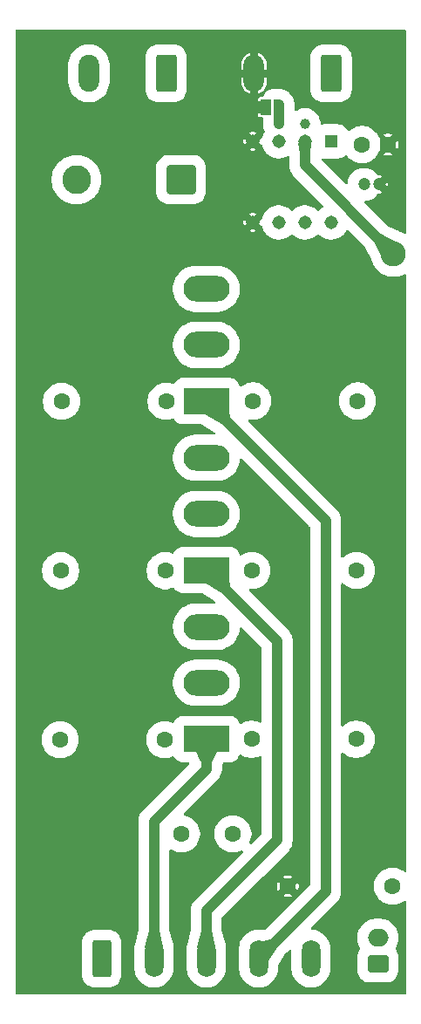
<source format=gbr>
G04 #@! TF.GenerationSoftware,KiCad,Pcbnew,9.0.3*
G04 #@! TF.CreationDate,2025-10-12T17:28:26-05:00*
G04 #@! TF.ProjectId,OSO-SWAT-C1,4f534f2d-5357-4415-942d-43312e6b6963,rev?*
G04 #@! TF.SameCoordinates,Original*
G04 #@! TF.FileFunction,Copper,L4,Bot*
G04 #@! TF.FilePolarity,Positive*
%FSLAX46Y46*%
G04 Gerber Fmt 4.6, Leading zero omitted, Abs format (unit mm)*
G04 Created by KiCad (PCBNEW 9.0.3) date 2025-10-12 17:28:26*
%MOMM*%
%LPD*%
G01*
G04 APERTURE LIST*
G04 Aperture macros list*
%AMRoundRect*
0 Rectangle with rounded corners*
0 $1 Rounding radius*
0 $2 $3 $4 $5 $6 $7 $8 $9 X,Y pos of 4 corners*
0 Add a 4 corners polygon primitive as box body*
4,1,4,$2,$3,$4,$5,$6,$7,$8,$9,$2,$3,0*
0 Add four circle primitives for the rounded corners*
1,1,$1+$1,$2,$3*
1,1,$1+$1,$4,$5*
1,1,$1+$1,$6,$7*
1,1,$1+$1,$8,$9*
0 Add four rect primitives between the rounded corners*
20,1,$1+$1,$2,$3,$4,$5,0*
20,1,$1+$1,$4,$5,$6,$7,0*
20,1,$1+$1,$6,$7,$8,$9,0*
20,1,$1+$1,$8,$9,$2,$3,0*%
%AMFreePoly0*
4,1,23,0.550000,-0.750000,0.000000,-0.750000,0.000000,-0.745722,-0.065263,-0.745722,-0.191342,-0.711940,-0.304381,-0.646677,-0.396677,-0.554381,-0.461940,-0.441342,-0.495722,-0.315263,-0.495722,-0.250000,-0.500000,-0.250000,-0.500000,0.250000,-0.495722,0.250000,-0.495722,0.315263,-0.461940,0.441342,-0.396677,0.554381,-0.304381,0.646677,-0.191342,0.711940,-0.065263,0.745722,0.000000,0.745722,
0.000000,0.750000,0.550000,0.750000,0.550000,-0.750000,0.550000,-0.750000,$1*%
%AMFreePoly1*
4,1,23,0.000000,0.745722,0.065263,0.745722,0.191342,0.711940,0.304381,0.646677,0.396677,0.554381,0.461940,0.441342,0.495722,0.315263,0.495722,0.250000,0.500000,0.250000,0.500000,-0.250000,0.495722,-0.250000,0.495722,-0.315263,0.461940,-0.441342,0.396677,-0.554381,0.304381,-0.646677,0.191342,-0.711940,0.065263,-0.745722,0.000000,-0.745722,0.000000,-0.750000,-0.550000,-0.750000,
-0.550000,0.750000,0.000000,0.750000,0.000000,0.745722,0.000000,0.745722,$1*%
G04 Aperture macros list end*
G04 #@! TA.AperFunction,EtchedComponent*
%ADD10C,0.000000*%
G04 #@! TD*
G04 #@! TA.AperFunction,ComponentPad*
%ADD11C,1.600000*%
G04 #@! TD*
G04 #@! TA.AperFunction,ComponentPad*
%ADD12O,2.000000X1.700000*%
G04 #@! TD*
G04 #@! TA.AperFunction,ComponentPad*
%ADD13RoundRect,0.250000X0.750000X-0.600000X0.750000X0.600000X-0.750000X0.600000X-0.750000X-0.600000X0*%
G04 #@! TD*
G04 #@! TA.AperFunction,ComponentPad*
%ADD14C,1.200000*%
G04 #@! TD*
G04 #@! TA.AperFunction,ComponentPad*
%ADD15R,4.500000X2.500000*%
G04 #@! TD*
G04 #@! TA.AperFunction,ComponentPad*
%ADD16O,4.500000X2.500000*%
G04 #@! TD*
G04 #@! TA.AperFunction,ComponentPad*
%ADD17RoundRect,0.250000X-0.650000X-1.550000X0.650000X-1.550000X0.650000X1.550000X-0.650000X1.550000X0*%
G04 #@! TD*
G04 #@! TA.AperFunction,ComponentPad*
%ADD18O,1.800000X3.600000*%
G04 #@! TD*
G04 #@! TA.AperFunction,ComponentPad*
%ADD19RoundRect,0.250001X1.149999X1.149999X-1.149999X1.149999X-1.149999X-1.149999X1.149999X-1.149999X0*%
G04 #@! TD*
G04 #@! TA.AperFunction,ComponentPad*
%ADD20C,2.800000*%
G04 #@! TD*
G04 #@! TA.AperFunction,ComponentPad*
%ADD21RoundRect,0.250000X0.750000X1.550000X-0.750000X1.550000X-0.750000X-1.550000X0.750000X-1.550000X0*%
G04 #@! TD*
G04 #@! TA.AperFunction,ComponentPad*
%ADD22O,2.000000X3.600000*%
G04 #@! TD*
G04 #@! TA.AperFunction,ComponentPad*
%ADD23R,1.308000X1.308000*%
G04 #@! TD*
G04 #@! TA.AperFunction,ComponentPad*
%ADD24C,1.308000*%
G04 #@! TD*
G04 #@! TA.AperFunction,SMDPad,CuDef*
%ADD25FreePoly0,0.000000*%
G04 #@! TD*
G04 #@! TA.AperFunction,SMDPad,CuDef*
%ADD26R,1.000000X1.500000*%
G04 #@! TD*
G04 #@! TA.AperFunction,SMDPad,CuDef*
%ADD27FreePoly1,0.000000*%
G04 #@! TD*
G04 #@! TA.AperFunction,ViaPad*
%ADD28C,0.600000*%
G04 #@! TD*
G04 #@! TA.AperFunction,ViaPad*
%ADD29C,2.450000*%
G04 #@! TD*
G04 #@! TA.AperFunction,ViaPad*
%ADD30C,1.000000*%
G04 #@! TD*
G04 #@! TA.AperFunction,Conductor*
%ADD31C,1.016000*%
G04 #@! TD*
G04 APERTURE END LIST*
D10*
G04 #@! TA.AperFunction,EtchedComponent*
G04 #@! TO.C,REF\u002A\u002A*
G36*
X104420000Y-78630000D02*
G01*
X103920000Y-78630000D01*
X103920000Y-78230000D01*
X104420000Y-78230000D01*
X104420000Y-78630000D01*
G37*
G04 #@! TD.AperFunction*
G04 #@! TA.AperFunction,EtchedComponent*
G36*
X104420000Y-79430000D02*
G01*
X103920000Y-79430000D01*
X103920000Y-79030000D01*
X104420000Y-79030000D01*
X104420000Y-79430000D01*
G37*
G04 #@! TD.AperFunction*
G04 #@! TD*
D11*
G04 #@! TO.P,REF\u002A\u002A,1*
G04 #@! TO.N,GND*
X106990000Y-154470000D03*
G04 #@! TO.P,REF\u002A\u002A,2*
G04 #@! TO.N,INPUT*
X117150000Y-154470000D03*
G04 #@! TD*
D12*
G04 #@! TO.P,REF\u002A\u002A,2*
G04 #@! TO.N,INPUT*
X115730000Y-159470000D03*
D13*
G04 #@! TO.P,REF\u002A\u002A,1*
X115730000Y-161970000D03*
G04 #@! TD*
D11*
G04 #@! TO.P,REF\u002A\u002A,2*
G04 #@! TO.N,GND*
X116685000Y-82470000D03*
G04 #@! TO.P,REF\u002A\u002A,1*
G04 #@! TO.N,VCC*
X114185000Y-82470000D03*
G04 #@! TD*
D14*
G04 #@! TO.P,REF\u002A\u002A,1*
G04 #@! TO.N,VCC*
X114375000Y-86350000D03*
G04 #@! TO.P,REF\u002A\u002A,2*
G04 #@! TO.N,GND*
X115875000Y-86350000D03*
G04 #@! TD*
D15*
G04 #@! TO.P,REF\u002A\u002A,1*
G04 #@! TO.N,Gate1*
X99065000Y-107380000D03*
D16*
G04 #@! TO.P,REF\u002A\u002A,2*
G04 #@! TO.N,Drain*
X99065000Y-101930000D03*
G04 #@! TO.P,REF\u002A\u002A,3*
G04 #@! TO.N,Source*
X99065000Y-96480000D03*
G04 #@! TD*
D11*
G04 #@! TO.P,REF\u002A\u002A,1*
G04 #@! TO.N,Source*
X84905000Y-123840000D03*
G04 #@! TO.P,REF\u002A\u002A,2*
G04 #@! TO.N,Gate2*
X95065000Y-123840000D03*
G04 #@! TD*
G04 #@! TO.P,REF\u002A\u002A,1*
G04 #@! TO.N,Gate3*
X103455000Y-140200000D03*
G04 #@! TO.P,REF\u002A\u002A,2*
G04 #@! TO.N,OUTPUT*
X113615000Y-140200000D03*
G04 #@! TD*
G04 #@! TO.P,REF\u002A\u002A,1*
G04 #@! TO.N,Source*
X84995000Y-107400000D03*
G04 #@! TO.P,REF\u002A\u002A,2*
G04 #@! TO.N,Gate1*
X95155000Y-107400000D03*
G04 #@! TD*
D17*
G04 #@! TO.P,REF\u002A\u002A,1*
G04 #@! TO.N,Source*
X88887500Y-161487500D03*
D18*
G04 #@! TO.P,REF\u002A\u002A,2*
G04 #@! TO.N,Gate3*
X93967500Y-161487500D03*
G04 #@! TO.P,REF\u002A\u002A,3*
G04 #@! TO.N,Gate2*
X99047500Y-161487500D03*
G04 #@! TO.P,REF\u002A\u002A,4*
G04 #@! TO.N,Gate1*
X104127500Y-161487500D03*
G04 #@! TO.P,REF\u002A\u002A,5*
G04 #@! TO.N,Drain*
X109207500Y-161487500D03*
G04 #@! TD*
D19*
G04 #@! TO.P,REF\u002A\u002A,1*
G04 #@! TO.N,Drain*
X96600000Y-85880000D03*
D20*
G04 #@! TO.P,REF\u002A\u002A,2*
G04 #@! TO.N,Source*
X86440000Y-85880000D03*
G04 #@! TD*
D15*
G04 #@! TO.P,REF\u002A\u002A,1*
G04 #@! TO.N,Gate2*
X99065000Y-123780000D03*
D16*
G04 #@! TO.P,REF\u002A\u002A,2*
G04 #@! TO.N,Drain*
X99065000Y-118330000D03*
G04 #@! TO.P,REF\u002A\u002A,3*
G04 #@! TO.N,Source*
X99065000Y-112880000D03*
G04 #@! TD*
D15*
G04 #@! TO.P,REF\u002A\u002A,1*
G04 #@! TO.N,Gate3*
X99065000Y-140180000D03*
D16*
G04 #@! TO.P,REF\u002A\u002A,2*
G04 #@! TO.N,Drain*
X99065000Y-134730000D03*
G04 #@! TO.P,REF\u002A\u002A,3*
G04 #@! TO.N,Source*
X99065000Y-129280000D03*
G04 #@! TD*
D21*
G04 #@! TO.P,REF\u002A\u002A,1*
G04 #@! TO.N,VCC*
X111180000Y-75570000D03*
D22*
G04 #@! TO.P,REF\u002A\u002A,2*
G04 #@! TO.N,GND*
X103680000Y-75570000D03*
G04 #@! TD*
D11*
G04 #@! TO.P,REF\u002A\u002A,1*
G04 #@! TO.N,Gate1*
X103585000Y-107360000D03*
G04 #@! TO.P,REF\u002A\u002A,2*
G04 #@! TO.N,OUTPUT*
X113745000Y-107360000D03*
G04 #@! TD*
G04 #@! TO.P,REF\u002A\u002A,1*
G04 #@! TO.N,Gate2*
X103495000Y-123800000D03*
G04 #@! TO.P,REF\u002A\u002A,2*
G04 #@! TO.N,OUTPUT*
X113655000Y-123800000D03*
G04 #@! TD*
G04 #@! TO.P,REF\u002A\u002A,1*
G04 #@! TO.N,Source*
X96650000Y-149380000D03*
G04 #@! TO.P,REF\u002A\u002A,2*
G04 #@! TO.N,Drain*
X101650000Y-149380000D03*
G04 #@! TD*
G04 #@! TO.P,REF\u002A\u002A,1*
G04 #@! TO.N,Source*
X84865000Y-140240000D03*
G04 #@! TO.P,REF\u002A\u002A,2*
G04 #@! TO.N,Gate3*
X95025000Y-140240000D03*
G04 #@! TD*
D23*
G04 #@! TO.P,REF\u002A\u002A,1*
G04 #@! TO.N,VCC*
X111180000Y-82165000D03*
D24*
G04 #@! TO.P,REF\u002A\u002A,2*
G04 #@! TO.N,INPUT*
X108640000Y-82165000D03*
G04 #@! TO.P,REF\u002A\u002A,3*
G04 #@! TO.N,NC*
X106100000Y-82165000D03*
G04 #@! TO.P,REF\u002A\u002A,4*
G04 #@! TO.N,GND*
X103560000Y-82165000D03*
G04 #@! TO.P,REF\u002A\u002A,5*
X103560000Y-90035000D03*
G04 #@! TO.P,REF\u002A\u002A,6*
G04 #@! TO.N,OUTPUT*
X106100000Y-90035000D03*
G04 #@! TO.P,REF\u002A\u002A,7*
X108640000Y-90035000D03*
G04 #@! TO.P,REF\u002A\u002A,8*
G04 #@! TO.N,VCC*
X111180000Y-90035000D03*
G04 #@! TD*
D21*
G04 #@! TO.P,REF\u002A\u002A,1*
G04 #@! TO.N,Drain*
X95150000Y-75557500D03*
D22*
G04 #@! TO.P,REF\u002A\u002A,2*
G04 #@! TO.N,Source*
X87650000Y-75557500D03*
G04 #@! TD*
D25*
G04 #@! TO.P,REF\u002A\u002A,1*
G04 #@! TO.N,GND*
X103520000Y-78830000D03*
D26*
G04 #@! TO.P,REF\u002A\u002A,2*
X104820000Y-78830000D03*
D27*
G04 #@! TO.P,REF\u002A\u002A,3*
G04 #@! TO.N,NC*
X106120000Y-78830000D03*
G04 #@! TD*
D28*
G04 #@! TO.N,GND*
X82250000Y-71775000D03*
X84850000Y-71775000D03*
X83550000Y-71775000D03*
X80950000Y-164075000D03*
X82250000Y-164075000D03*
X84850000Y-164075000D03*
X83550000Y-164075000D03*
X80950000Y-158875000D03*
X80950000Y-156275000D03*
X80950000Y-162775000D03*
X80950000Y-164075000D03*
X80950000Y-160175000D03*
X80950000Y-157575000D03*
X80950000Y-161475000D03*
X80950000Y-96475000D03*
X80950000Y-93875000D03*
X80950000Y-112075000D03*
X80950000Y-126375000D03*
X80950000Y-122475000D03*
X80950000Y-127675000D03*
X80950000Y-114675000D03*
X80950000Y-121175000D03*
X80950000Y-92575000D03*
X80950000Y-125075000D03*
X80950000Y-134175000D03*
X80950000Y-100375000D03*
X80950000Y-101675000D03*
X80950000Y-97775000D03*
X80950000Y-110775000D03*
X80950000Y-128975000D03*
X80950000Y-115975000D03*
X80950000Y-109475000D03*
X80950000Y-123775000D03*
X80950000Y-102975000D03*
X80950000Y-95175000D03*
X80950000Y-104275000D03*
X80950000Y-117275000D03*
X80950000Y-131575000D03*
X80950000Y-130275000D03*
X80950000Y-113375000D03*
X80950000Y-119875000D03*
X80950000Y-132875000D03*
X80950000Y-99075000D03*
X80950000Y-108175000D03*
X80950000Y-106875000D03*
X80950000Y-105575000D03*
X80950000Y-118575000D03*
X80950000Y-141975000D03*
X80950000Y-140675000D03*
X80950000Y-138075000D03*
X80950000Y-154975000D03*
X80950000Y-143275000D03*
X80950000Y-139375000D03*
X80950000Y-149775000D03*
X80950000Y-152375000D03*
X80950000Y-134175000D03*
X80950000Y-151075000D03*
X80950000Y-148475000D03*
X80950000Y-135475000D03*
X80950000Y-153675000D03*
X80950000Y-147175000D03*
X80950000Y-144575000D03*
X80950000Y-136775000D03*
X80950000Y-145875000D03*
X80950000Y-87375000D03*
X80950000Y-84775000D03*
X80950000Y-83475000D03*
X80950000Y-89975000D03*
X80950000Y-92575000D03*
X80950000Y-86075000D03*
X80950000Y-91275000D03*
X80950000Y-88675000D03*
X80950000Y-82175000D03*
X80950000Y-79575000D03*
X80950000Y-78275000D03*
X80950000Y-80875000D03*
X80950000Y-76975000D03*
X80950000Y-75675000D03*
X80950000Y-74375000D03*
X80950000Y-73075000D03*
X80950000Y-71775000D03*
D29*
G04 #@! TO.N,INPUT*
X117240000Y-93080000D03*
D30*
G04 #@! TO.N,GND*
X107370000Y-86100000D03*
G04 #@! TO.N,INPUT*
X108640000Y-80440000D03*
G04 #@! TO.N,NC*
X106100000Y-80450000D03*
G04 #@! TD*
D31*
G04 #@! TO.N,Gate2*
X99047500Y-156877500D02*
X99047500Y-161487500D01*
X105950000Y-130665000D02*
X105950000Y-149975000D01*
X99065000Y-123780000D02*
X105950000Y-130665000D01*
X105950000Y-149975000D02*
X99047500Y-156877500D01*
G04 #@! TO.N,Gate3*
X93967500Y-148182500D02*
X93967500Y-161487500D01*
X99065000Y-143085000D02*
X93967500Y-148182500D01*
X99065000Y-140180000D02*
X99065000Y-143085000D01*
G04 #@! TO.N,Gate1*
X110650000Y-118965000D02*
X110650000Y-154965000D01*
X110650000Y-154965000D02*
X104127500Y-161487500D01*
X99065000Y-107380000D02*
X110650000Y-118965000D01*
G04 #@! TO.N,NC*
X106100000Y-78850000D02*
X106120000Y-78830000D01*
X106100000Y-80450000D02*
X106100000Y-78850000D01*
G04 #@! TO.N,INPUT*
X108640000Y-84480000D02*
X117240000Y-93080000D01*
X108640000Y-82165000D02*
X108640000Y-84480000D01*
G04 #@! TD*
G04 #@! TA.AperFunction,Conductor*
G04 #@! TO.N,GND*
G36*
X118412539Y-71350185D02*
G01*
X118458294Y-71402989D01*
X118469500Y-71454500D01*
X118469500Y-91005292D01*
X118449815Y-91072331D01*
X118397011Y-91118086D01*
X118327853Y-91128030D01*
X118283500Y-91112679D01*
X118226428Y-91079728D01*
X118226413Y-91079721D01*
X117956898Y-90968085D01*
X117806122Y-90927684D01*
X117781850Y-90918358D01*
X116634938Y-90333050D01*
X116603623Y-90310282D01*
X114451080Y-88157739D01*
X114417595Y-88096416D01*
X114422579Y-88026724D01*
X114464451Y-87970791D01*
X114519360Y-87947585D01*
X114749785Y-87911090D01*
X114989379Y-87833241D01*
X115213845Y-87718870D01*
X115417656Y-87570793D01*
X115595793Y-87392656D01*
X115698629Y-87251112D01*
X115753957Y-87208449D01*
X115798946Y-87200000D01*
X115958720Y-87200000D01*
X115958722Y-87199999D01*
X116122925Y-87167337D01*
X116122936Y-87167334D01*
X116150560Y-87155890D01*
X116150561Y-87155890D01*
X115936693Y-86942023D01*
X115903208Y-86880700D01*
X115906442Y-86816030D01*
X115936090Y-86724785D01*
X115949416Y-86640643D01*
X115990796Y-86629556D01*
X116059205Y-86590060D01*
X116115060Y-86534205D01*
X116154556Y-86465796D01*
X116175000Y-86389496D01*
X116175000Y-86349999D01*
X116405330Y-86349999D01*
X116405330Y-86350001D01*
X116680890Y-86625561D01*
X116680890Y-86625560D01*
X116692334Y-86597936D01*
X116692337Y-86597925D01*
X116724999Y-86433722D01*
X116725000Y-86433720D01*
X116725000Y-86266279D01*
X116724999Y-86266277D01*
X116692337Y-86102071D01*
X116692336Y-86102070D01*
X116680890Y-86074438D01*
X116405330Y-86349999D01*
X116175000Y-86349999D01*
X116175000Y-86310504D01*
X116154556Y-86234204D01*
X116115060Y-86165795D01*
X116059205Y-86109940D01*
X115990796Y-86070444D01*
X115949416Y-86059356D01*
X115936090Y-85975215D01*
X115906442Y-85883970D01*
X115904448Y-85814134D01*
X115936693Y-85757974D01*
X116150561Y-85544107D01*
X116122944Y-85532667D01*
X116122929Y-85532663D01*
X115958721Y-85500000D01*
X115798947Y-85500000D01*
X115731908Y-85480315D01*
X115698629Y-85448885D01*
X115595798Y-85307350D01*
X115595794Y-85307345D01*
X115417654Y-85129205D01*
X115417649Y-85129201D01*
X115213848Y-84981132D01*
X115213847Y-84981131D01*
X115213845Y-84981130D01*
X115143747Y-84945413D01*
X114989383Y-84866760D01*
X114749785Y-84788910D01*
X114544381Y-84756377D01*
X114500962Y-84749500D01*
X114249038Y-84749500D01*
X114205619Y-84756377D01*
X114000214Y-84788910D01*
X113760616Y-84866760D01*
X113536151Y-84981132D01*
X113332350Y-85129201D01*
X113332345Y-85129205D01*
X113154205Y-85307345D01*
X113154201Y-85307350D01*
X113006132Y-85511151D01*
X112891760Y-85735616D01*
X112813909Y-85975214D01*
X112777414Y-86205636D01*
X112747485Y-86268771D01*
X112688173Y-86305702D01*
X112618310Y-86304704D01*
X112567260Y-86273919D01*
X110319617Y-84026276D01*
X110286132Y-83964953D01*
X110291116Y-83895261D01*
X110332988Y-83839328D01*
X110398452Y-83814911D01*
X110418270Y-83815081D01*
X110467963Y-83819500D01*
X111892036Y-83819499D01*
X112011418Y-83808886D01*
X112207049Y-83752909D01*
X112387407Y-83658698D01*
X112545109Y-83530109D01*
X112545117Y-83530098D01*
X112549150Y-83526066D01*
X112610470Y-83492574D01*
X112680162Y-83497550D01*
X112735217Y-83538250D01*
X112759337Y-83569684D01*
X112828406Y-83659697D01*
X112828412Y-83659704D01*
X112995295Y-83826587D01*
X112995301Y-83826592D01*
X113182550Y-83970273D01*
X113313918Y-84046118D01*
X113386943Y-84088280D01*
X113386948Y-84088282D01*
X113386951Y-84088284D01*
X113605007Y-84178606D01*
X113832986Y-84239693D01*
X114066989Y-84270500D01*
X114066996Y-84270500D01*
X114303004Y-84270500D01*
X114303011Y-84270500D01*
X114537014Y-84239693D01*
X114764993Y-84178606D01*
X114983049Y-84088284D01*
X115187450Y-83970273D01*
X115374699Y-83826592D01*
X115541592Y-83659699D01*
X115685273Y-83472450D01*
X115710380Y-83428964D01*
X116256364Y-83428964D01*
X116378729Y-83479650D01*
X116378733Y-83479651D01*
X116581579Y-83519999D01*
X116581583Y-83520000D01*
X116788417Y-83520000D01*
X116788420Y-83519999D01*
X116991266Y-83479651D01*
X116991270Y-83479650D01*
X117113635Y-83428964D01*
X116685001Y-83000330D01*
X116685000Y-83000330D01*
X116256364Y-83428964D01*
X115710380Y-83428964D01*
X115803284Y-83268049D01*
X115893606Y-83049993D01*
X115954693Y-82822014D01*
X115972250Y-82688654D01*
X116000514Y-82624762D01*
X116007506Y-82617161D01*
X116154669Y-82469999D01*
X116102009Y-82417339D01*
X116285000Y-82417339D01*
X116285000Y-82522661D01*
X116312259Y-82624394D01*
X116364920Y-82715606D01*
X116439394Y-82790080D01*
X116530606Y-82842741D01*
X116632339Y-82870000D01*
X116737661Y-82870000D01*
X116839394Y-82842741D01*
X116930606Y-82790080D01*
X117005080Y-82715606D01*
X117057741Y-82624394D01*
X117085000Y-82522661D01*
X117085000Y-82469999D01*
X117215330Y-82469999D01*
X117215330Y-82470001D01*
X117643964Y-82898635D01*
X117694650Y-82776270D01*
X117694651Y-82776266D01*
X117734999Y-82573420D01*
X117735000Y-82573417D01*
X117735000Y-82366583D01*
X117734999Y-82366579D01*
X117694651Y-82163733D01*
X117694650Y-82163729D01*
X117643964Y-82041364D01*
X117215330Y-82469999D01*
X117085000Y-82469999D01*
X117085000Y-82417339D01*
X117057741Y-82315606D01*
X117005080Y-82224394D01*
X116930606Y-82149920D01*
X116839394Y-82097259D01*
X116737661Y-82070000D01*
X116632339Y-82070000D01*
X116530606Y-82097259D01*
X116439394Y-82149920D01*
X116364920Y-82224394D01*
X116312259Y-82315606D01*
X116285000Y-82417339D01*
X116102009Y-82417339D01*
X116007507Y-82322837D01*
X115974022Y-82261514D01*
X115972249Y-82251341D01*
X115968701Y-82224394D01*
X115954693Y-82117986D01*
X115893606Y-81890007D01*
X115803284Y-81671951D01*
X115710379Y-81511034D01*
X116256363Y-81511034D01*
X116685000Y-81939670D01*
X116685001Y-81939670D01*
X117113635Y-81511034D01*
X116991274Y-81460350D01*
X116991266Y-81460348D01*
X116788420Y-81420000D01*
X116581579Y-81420000D01*
X116378733Y-81460348D01*
X116378723Y-81460351D01*
X116256363Y-81511034D01*
X115710379Y-81511034D01*
X115685273Y-81467550D01*
X115553437Y-81295738D01*
X115541593Y-81280302D01*
X115541587Y-81280295D01*
X115374704Y-81113412D01*
X115374697Y-81113406D01*
X115187454Y-80969730D01*
X115187453Y-80969729D01*
X115187450Y-80969727D01*
X115105957Y-80922677D01*
X114983056Y-80851719D01*
X114983045Y-80851714D01*
X114764993Y-80761394D01*
X114537010Y-80700306D01*
X114303020Y-80669501D01*
X114303017Y-80669500D01*
X114303011Y-80669500D01*
X114066989Y-80669500D01*
X114066983Y-80669500D01*
X114066979Y-80669501D01*
X113832989Y-80700306D01*
X113605006Y-80761394D01*
X113386954Y-80851714D01*
X113386943Y-80851719D01*
X113182545Y-80969730D01*
X112995302Y-81113406D01*
X112995295Y-81113412D01*
X112956915Y-81151792D01*
X112895592Y-81185277D01*
X112825900Y-81180291D01*
X112769967Y-81138419D01*
X112759330Y-81121527D01*
X112673698Y-80957593D01*
X112649958Y-80928479D01*
X112545109Y-80799890D01*
X112387409Y-80671304D01*
X112387410Y-80671304D01*
X112387407Y-80671302D01*
X112207049Y-80577091D01*
X112207048Y-80577090D01*
X112207045Y-80577089D01*
X112061387Y-80535412D01*
X112011418Y-80521114D01*
X112011415Y-80521113D01*
X112011413Y-80521113D01*
X111945102Y-80515217D01*
X111892037Y-80510500D01*
X111892032Y-80510500D01*
X110467971Y-80510500D01*
X110467965Y-80510500D01*
X110467964Y-80510501D01*
X110457352Y-80511444D01*
X110348583Y-80521113D01*
X110348582Y-80521114D01*
X110298610Y-80535412D01*
X110228742Y-80534928D01*
X110170227Y-80496748D01*
X110141643Y-80432992D01*
X110140500Y-80416196D01*
X110140500Y-80321902D01*
X110103553Y-80088631D01*
X110030566Y-79864003D01*
X109974002Y-79752991D01*
X109923343Y-79653567D01*
X109784517Y-79462490D01*
X109617510Y-79295483D01*
X109426433Y-79156657D01*
X109426431Y-79156656D01*
X109215996Y-79049433D01*
X108991368Y-78976446D01*
X108758097Y-78939500D01*
X108758092Y-78939500D01*
X108521908Y-78939500D01*
X108521903Y-78939500D01*
X108288631Y-78976446D01*
X108064003Y-79049433D01*
X107853567Y-79156656D01*
X107822385Y-79179312D01*
X107810524Y-79183543D01*
X107801011Y-79191787D01*
X107778245Y-79195060D01*
X107756578Y-79202791D01*
X107744314Y-79199939D01*
X107731853Y-79201731D01*
X107710928Y-79192175D01*
X107688524Y-79186965D01*
X107679749Y-79177936D01*
X107668297Y-79172706D01*
X107655860Y-79153354D01*
X107639830Y-79136859D01*
X107636426Y-79123113D01*
X107630523Y-79113928D01*
X107625500Y-79078993D01*
X107625500Y-78977419D01*
X107627027Y-78958021D01*
X107628500Y-78948720D01*
X107628500Y-78711277D01*
X107627027Y-78701979D01*
X107625500Y-78682578D01*
X107625500Y-78514179D01*
X107624332Y-78474685D01*
X107623743Y-78454762D01*
X107591237Y-78253926D01*
X107557162Y-78126759D01*
X107540091Y-78069837D01*
X107456714Y-77884257D01*
X107445470Y-77864781D01*
X107390880Y-77770229D01*
X107359666Y-77719678D01*
X107359663Y-77719674D01*
X107231095Y-77561997D01*
X107138003Y-77468905D01*
X107106379Y-77439097D01*
X107094757Y-77428142D01*
X106929756Y-77309111D01*
X106817321Y-77244197D01*
X106815743Y-77243286D01*
X106763422Y-77215107D01*
X106705544Y-77193113D01*
X106573255Y-77142843D01*
X106573251Y-77142841D01*
X106573241Y-77142838D01*
X106446074Y-77108763D01*
X106446064Y-77108760D01*
X106446058Y-77108759D01*
X106388236Y-77095084D01*
X106388232Y-77095083D01*
X106236427Y-77079645D01*
X106185827Y-77074500D01*
X106185826Y-77074500D01*
X105570000Y-77074500D01*
X105569987Y-77074500D01*
X105417737Y-77086095D01*
X105417726Y-77086097D01*
X105220788Y-77137088D01*
X105038128Y-77226687D01*
X105038124Y-77226689D01*
X104877243Y-77351220D01*
X104877242Y-77351222D01*
X104744723Y-77505587D01*
X104744720Y-77505592D01*
X104645991Y-77683468D01*
X104645987Y-77683476D01*
X104636512Y-77713676D01*
X104627273Y-77743121D01*
X104588424Y-77801193D01*
X104524345Y-77829042D01*
X104508961Y-77830000D01*
X104295373Y-77830000D01*
X104222459Y-77844503D01*
X104222455Y-77844505D01*
X104139760Y-77899760D01*
X104084505Y-77982455D01*
X104084503Y-77982459D01*
X104070000Y-78055371D01*
X104070000Y-78455000D01*
X104440500Y-78455000D01*
X104507539Y-78474685D01*
X104553294Y-78527489D01*
X104564500Y-78579000D01*
X104564500Y-79081000D01*
X104544815Y-79148039D01*
X104492011Y-79193794D01*
X104440500Y-79205000D01*
X104070000Y-79205000D01*
X104070000Y-79604628D01*
X104084503Y-79677540D01*
X104084505Y-79677544D01*
X104139760Y-79760239D01*
X104222455Y-79815494D01*
X104222459Y-79815496D01*
X104295371Y-79829999D01*
X104295374Y-79830000D01*
X104467500Y-79830000D01*
X104534539Y-79849685D01*
X104580294Y-79902489D01*
X104591500Y-79954000D01*
X104591500Y-80568727D01*
X104628644Y-80803242D01*
X104628644Y-80803245D01*
X104702017Y-81029062D01*
X104702017Y-81029063D01*
X104740982Y-81105537D01*
X104753878Y-81174206D01*
X104730816Y-81234715D01*
X104684946Y-81297850D01*
X104566716Y-81529887D01*
X104493964Y-81753794D01*
X104454526Y-81811469D01*
X104436053Y-81819275D01*
X104090330Y-82164999D01*
X104090330Y-82165000D01*
X104435009Y-82509679D01*
X104476610Y-82541996D01*
X104493964Y-82576205D01*
X104566715Y-82800108D01*
X104684945Y-83032147D01*
X104838018Y-83242834D01*
X105022166Y-83426982D01*
X105232853Y-83580055D01*
X105464892Y-83698285D01*
X105712570Y-83778761D01*
X105809026Y-83794038D01*
X105969783Y-83819500D01*
X105969788Y-83819500D01*
X106230217Y-83819500D01*
X106373110Y-83796867D01*
X106487430Y-83778761D01*
X106735108Y-83698285D01*
X106951207Y-83588176D01*
X107019874Y-83575281D01*
X107084614Y-83601557D01*
X107124872Y-83658663D01*
X107131500Y-83698662D01*
X107131500Y-84356862D01*
X107131499Y-84356877D01*
X107131499Y-84598720D01*
X107156470Y-84756377D01*
X107168644Y-84833242D01*
X107179535Y-84866760D01*
X107242018Y-85059063D01*
X107349815Y-85270627D01*
X107489380Y-85462722D01*
X107489382Y-85462724D01*
X107489383Y-85462725D01*
X107661597Y-85634940D01*
X107661619Y-85634960D01*
X110413266Y-88386607D01*
X110446751Y-88447930D01*
X110441767Y-88517622D01*
X110399895Y-88573555D01*
X110381881Y-88584772D01*
X110312855Y-88619943D01*
X110102163Y-88773020D01*
X109997681Y-88877503D01*
X109936358Y-88910988D01*
X109866666Y-88906004D01*
X109822319Y-88877503D01*
X109717836Y-88773020D01*
X109717834Y-88773018D01*
X109507147Y-88619945D01*
X109275108Y-88501715D01*
X109027430Y-88421239D01*
X109027428Y-88421238D01*
X109027426Y-88421238D01*
X108770217Y-88380500D01*
X108770212Y-88380500D01*
X108509788Y-88380500D01*
X108509783Y-88380500D01*
X108252573Y-88421238D01*
X108004889Y-88501716D01*
X107772852Y-88619945D01*
X107562163Y-88773020D01*
X107457681Y-88877503D01*
X107396358Y-88910988D01*
X107326666Y-88906004D01*
X107282319Y-88877503D01*
X107177836Y-88773020D01*
X107177834Y-88773018D01*
X106967147Y-88619945D01*
X106735108Y-88501715D01*
X106487430Y-88421239D01*
X106487428Y-88421238D01*
X106487426Y-88421238D01*
X106230217Y-88380500D01*
X106230212Y-88380500D01*
X105969788Y-88380500D01*
X105969783Y-88380500D01*
X105712573Y-88421238D01*
X105464889Y-88501716D01*
X105232852Y-88619945D01*
X105022163Y-88773020D01*
X104838020Y-88957163D01*
X104684945Y-89167852D01*
X104566716Y-89399887D01*
X104493964Y-89623794D01*
X104454526Y-89681469D01*
X104436053Y-89689275D01*
X104090330Y-90034999D01*
X104090330Y-90035000D01*
X104435009Y-90379679D01*
X104476610Y-90411996D01*
X104493964Y-90446205D01*
X104532670Y-90565330D01*
X104566716Y-90670110D01*
X104626817Y-90788065D01*
X104684945Y-90902147D01*
X104838018Y-91112834D01*
X105022166Y-91296982D01*
X105232853Y-91450055D01*
X105464892Y-91568285D01*
X105712570Y-91648761D01*
X105809026Y-91664038D01*
X105969783Y-91689500D01*
X105969788Y-91689500D01*
X106230217Y-91689500D01*
X106373110Y-91666867D01*
X106487430Y-91648761D01*
X106735108Y-91568285D01*
X106967147Y-91450055D01*
X107177834Y-91296982D01*
X107282319Y-91192497D01*
X107343642Y-91159012D01*
X107413334Y-91163996D01*
X107457681Y-91192497D01*
X107562166Y-91296982D01*
X107772853Y-91450055D01*
X108004892Y-91568285D01*
X108252570Y-91648761D01*
X108349026Y-91664038D01*
X108509783Y-91689500D01*
X108509788Y-91689500D01*
X108770217Y-91689500D01*
X108913110Y-91666867D01*
X109027430Y-91648761D01*
X109275108Y-91568285D01*
X109507147Y-91450055D01*
X109717834Y-91296982D01*
X109822319Y-91192497D01*
X109883642Y-91159012D01*
X109953334Y-91163996D01*
X109997681Y-91192497D01*
X110102166Y-91296982D01*
X110312853Y-91450055D01*
X110544892Y-91568285D01*
X110792570Y-91648761D01*
X110889026Y-91664038D01*
X111049783Y-91689500D01*
X111049788Y-91689500D01*
X111310217Y-91689500D01*
X111453110Y-91666867D01*
X111567430Y-91648761D01*
X111815108Y-91568285D01*
X112047147Y-91450055D01*
X112257834Y-91296982D01*
X112441982Y-91112834D01*
X112595055Y-90902147D01*
X112630226Y-90833120D01*
X112678200Y-90782323D01*
X112746021Y-90765528D01*
X112812156Y-90788065D01*
X112828392Y-90801733D01*
X114470282Y-92443623D01*
X114493050Y-92474938D01*
X115078358Y-93621850D01*
X115087684Y-93646122D01*
X115128085Y-93796898D01*
X115239722Y-94066415D01*
X115239730Y-94066432D01*
X115327437Y-94218343D01*
X115385594Y-94319074D01*
X115385596Y-94319077D01*
X115385597Y-94319078D01*
X115563188Y-94550520D01*
X115563194Y-94550527D01*
X115769472Y-94756805D01*
X115769478Y-94756810D01*
X116000926Y-94934406D01*
X116102343Y-94992959D01*
X116253567Y-95080269D01*
X116253572Y-95080271D01*
X116253575Y-95080273D01*
X116253579Y-95080274D01*
X116253584Y-95080277D01*
X116322013Y-95108621D01*
X116523102Y-95191915D01*
X116804895Y-95267421D01*
X117094133Y-95305500D01*
X117094140Y-95305500D01*
X117385860Y-95305500D01*
X117385867Y-95305500D01*
X117675105Y-95267421D01*
X117956898Y-95191915D01*
X118226425Y-95080273D01*
X118272451Y-95053700D01*
X118283500Y-95047321D01*
X118351400Y-95030848D01*
X118417427Y-95053700D01*
X118460617Y-95108621D01*
X118469500Y-95154708D01*
X118469500Y-152961560D01*
X118449815Y-153028599D01*
X118397011Y-153074354D01*
X118327853Y-153084298D01*
X118270014Y-153059936D01*
X118152454Y-152969730D01*
X118152453Y-152969729D01*
X118152450Y-152969727D01*
X118070957Y-152922677D01*
X117948056Y-152851719D01*
X117948045Y-152851714D01*
X117729993Y-152761394D01*
X117502010Y-152700306D01*
X117268020Y-152669501D01*
X117268017Y-152669500D01*
X117268011Y-152669500D01*
X117031989Y-152669500D01*
X117031983Y-152669500D01*
X117031979Y-152669501D01*
X116797989Y-152700306D01*
X116570006Y-152761394D01*
X116351954Y-152851714D01*
X116351943Y-152851719D01*
X116147545Y-152969730D01*
X115960302Y-153113406D01*
X115960295Y-153113412D01*
X115793412Y-153280295D01*
X115793406Y-153280302D01*
X115649730Y-153467545D01*
X115531719Y-153671943D01*
X115531714Y-153671954D01*
X115441394Y-153890006D01*
X115380306Y-154117989D01*
X115349501Y-154351979D01*
X115349500Y-154351995D01*
X115349500Y-154588004D01*
X115349501Y-154588020D01*
X115380306Y-154822010D01*
X115441394Y-155049993D01*
X115531714Y-155268045D01*
X115531719Y-155268056D01*
X115560694Y-155318241D01*
X115649727Y-155472450D01*
X115649729Y-155472453D01*
X115649730Y-155472454D01*
X115793406Y-155659697D01*
X115793412Y-155659704D01*
X115960295Y-155826587D01*
X115960301Y-155826592D01*
X116147550Y-155970273D01*
X116278918Y-156046118D01*
X116351943Y-156088280D01*
X116351948Y-156088282D01*
X116351951Y-156088284D01*
X116570007Y-156178606D01*
X116797986Y-156239693D01*
X117031989Y-156270500D01*
X117031996Y-156270500D01*
X117268004Y-156270500D01*
X117268011Y-156270500D01*
X117502014Y-156239693D01*
X117729993Y-156178606D01*
X117948049Y-156088284D01*
X118152450Y-155970273D01*
X118270015Y-155880062D01*
X118335183Y-155854869D01*
X118403627Y-155868907D01*
X118453617Y-155917721D01*
X118469500Y-155978439D01*
X118469500Y-164845500D01*
X118449815Y-164912539D01*
X118397011Y-164958294D01*
X118345500Y-164969500D01*
X80624500Y-164969500D01*
X80557461Y-164949815D01*
X80511706Y-164897011D01*
X80500500Y-164845500D01*
X80500500Y-159873277D01*
X86987000Y-159873277D01*
X86987000Y-163101708D01*
X86987001Y-163101723D01*
X86997404Y-163233913D01*
X86997405Y-163233920D01*
X87052402Y-163452178D01*
X87052403Y-163452181D01*
X87145491Y-163657122D01*
X87145497Y-163657132D01*
X87273674Y-163842145D01*
X87273678Y-163842150D01*
X87273681Y-163842154D01*
X87432846Y-164001319D01*
X87432850Y-164001322D01*
X87432854Y-164001325D01*
X87569022Y-164095662D01*
X87617874Y-164129507D01*
X87822817Y-164222596D01*
X87822821Y-164222597D01*
X88041079Y-164277594D01*
X88041081Y-164277594D01*
X88041088Y-164277596D01*
X88173283Y-164288000D01*
X89601716Y-164287999D01*
X89733912Y-164277596D01*
X89952183Y-164222596D01*
X90157126Y-164129507D01*
X90342154Y-164001319D01*
X90501319Y-163842154D01*
X90629507Y-163657126D01*
X90722596Y-163452183D01*
X90777596Y-163233912D01*
X90788000Y-163101717D01*
X90787999Y-160462935D01*
X92067000Y-160462935D01*
X92067000Y-160466789D01*
X92067000Y-162512058D01*
X92067001Y-162512075D01*
X92099517Y-162759061D01*
X92163998Y-162999707D01*
X92259330Y-163229861D01*
X92259337Y-163229876D01*
X92383900Y-163445626D01*
X92535560Y-163643274D01*
X92535566Y-163643281D01*
X92711718Y-163819433D01*
X92711725Y-163819439D01*
X92909373Y-163971099D01*
X93125123Y-164095662D01*
X93125138Y-164095669D01*
X93224325Y-164136753D01*
X93355293Y-164191002D01*
X93595935Y-164255482D01*
X93842935Y-164288000D01*
X93842942Y-164288000D01*
X94092058Y-164288000D01*
X94092065Y-164288000D01*
X94339065Y-164255482D01*
X94579707Y-164191002D01*
X94809873Y-164095664D01*
X95025627Y-163971099D01*
X95223276Y-163819438D01*
X95399438Y-163643276D01*
X95551099Y-163445627D01*
X95675664Y-163229873D01*
X95771002Y-162999707D01*
X95835482Y-162759065D01*
X95868000Y-162512065D01*
X95868000Y-160462935D01*
X95835482Y-160215935D01*
X95832882Y-160206236D01*
X95829666Y-160189933D01*
X95828133Y-160177990D01*
X95479239Y-158681575D01*
X95476000Y-158653420D01*
X95476000Y-150996002D01*
X95495685Y-150928963D01*
X95548489Y-150883208D01*
X95617647Y-150873264D01*
X95661995Y-150888613D01*
X95851951Y-150998284D01*
X96070007Y-151088606D01*
X96297986Y-151149693D01*
X96531989Y-151180500D01*
X96531996Y-151180500D01*
X96768004Y-151180500D01*
X96768011Y-151180500D01*
X97002014Y-151149693D01*
X97229993Y-151088606D01*
X97448049Y-150998284D01*
X97652450Y-150880273D01*
X97839699Y-150736592D01*
X98006592Y-150569699D01*
X98150273Y-150382450D01*
X98268284Y-150178049D01*
X98358606Y-149959993D01*
X98419693Y-149732014D01*
X98450500Y-149498011D01*
X98450500Y-149261989D01*
X98419693Y-149027986D01*
X98358606Y-148800007D01*
X98268284Y-148581951D01*
X98268282Y-148581948D01*
X98268280Y-148581943D01*
X98226118Y-148508918D01*
X98150273Y-148377550D01*
X98006592Y-148190301D01*
X98006587Y-148190295D01*
X97839704Y-148023412D01*
X97839697Y-148023406D01*
X97652454Y-147879730D01*
X97652453Y-147879729D01*
X97652450Y-147879727D01*
X97565037Y-147829259D01*
X97448056Y-147761719D01*
X97448045Y-147761714D01*
X97229993Y-147671394D01*
X97002010Y-147610306D01*
X96968456Y-147605889D01*
X96960600Y-147604854D01*
X96896704Y-147576589D01*
X96858233Y-147518264D01*
X96857402Y-147448399D01*
X96889103Y-147394237D01*
X100040653Y-144242686D01*
X100040660Y-144242681D01*
X100047720Y-144235621D01*
X100047722Y-144235620D01*
X100215620Y-144067722D01*
X100355185Y-143875627D01*
X100462982Y-143664063D01*
X100536357Y-143438241D01*
X100556617Y-143310321D01*
X100573501Y-143203727D01*
X100573501Y-142961877D01*
X100573500Y-142961862D01*
X100573500Y-142702975D01*
X100576346Y-142690743D01*
X100575322Y-142681797D01*
X100586238Y-142648233D01*
X100659289Y-142499757D01*
X100706547Y-142448294D01*
X100770551Y-142430499D01*
X101373028Y-142430499D01*
X101373036Y-142430499D01*
X101492418Y-142419886D01*
X101688049Y-142363909D01*
X101868407Y-142269698D01*
X102026109Y-142141109D01*
X102154698Y-141983407D01*
X102248909Y-141803049D01*
X102259553Y-141765848D01*
X102296918Y-141706810D01*
X102360271Y-141677345D01*
X102429497Y-141686809D01*
X102448919Y-141698395D01*
X102449173Y-141698016D01*
X102452543Y-141700267D01*
X102452550Y-141700273D01*
X102452557Y-141700277D01*
X102656943Y-141818280D01*
X102656948Y-141818282D01*
X102656951Y-141818284D01*
X102875007Y-141908606D01*
X103102986Y-141969693D01*
X103336989Y-142000500D01*
X103336996Y-142000500D01*
X103573004Y-142000500D01*
X103573011Y-142000500D01*
X103807014Y-141969693D01*
X104034993Y-141908606D01*
X104253049Y-141818284D01*
X104255493Y-141816873D01*
X104256314Y-141816673D01*
X104256691Y-141816488D01*
X104256732Y-141816572D01*
X104323392Y-141800396D01*
X104389420Y-141823244D01*
X104432615Y-141878162D01*
X104441500Y-141924256D01*
X104441500Y-149298796D01*
X104421815Y-149365835D01*
X104405181Y-149386477D01*
X103462566Y-150329091D01*
X103401243Y-150362576D01*
X103331551Y-150357592D01*
X103275618Y-150315720D01*
X103251201Y-150250256D01*
X103266053Y-150181983D01*
X103267506Y-150179396D01*
X103268284Y-150178049D01*
X103358606Y-149959993D01*
X103419693Y-149732014D01*
X103450500Y-149498011D01*
X103450500Y-149261989D01*
X103419693Y-149027986D01*
X103358606Y-148800007D01*
X103268284Y-148581951D01*
X103268282Y-148581948D01*
X103268280Y-148581943D01*
X103226118Y-148508918D01*
X103150273Y-148377550D01*
X103006592Y-148190301D01*
X103006587Y-148190295D01*
X102839704Y-148023412D01*
X102839697Y-148023406D01*
X102652454Y-147879730D01*
X102652453Y-147879729D01*
X102652450Y-147879727D01*
X102565037Y-147829259D01*
X102448056Y-147761719D01*
X102448045Y-147761714D01*
X102229993Y-147671394D01*
X102002010Y-147610306D01*
X101768020Y-147579501D01*
X101768017Y-147579500D01*
X101768011Y-147579500D01*
X101531989Y-147579500D01*
X101531983Y-147579500D01*
X101531979Y-147579501D01*
X101297989Y-147610306D01*
X101070006Y-147671394D01*
X100851954Y-147761714D01*
X100851943Y-147761719D01*
X100647545Y-147879730D01*
X100460302Y-148023406D01*
X100460295Y-148023412D01*
X100293412Y-148190295D01*
X100293406Y-148190302D01*
X100149730Y-148377545D01*
X100031719Y-148581943D01*
X100031714Y-148581954D01*
X99941394Y-148800006D01*
X99880306Y-149027989D01*
X99849501Y-149261979D01*
X99849500Y-149261995D01*
X99849500Y-149498004D01*
X99849501Y-149498020D01*
X99880306Y-149732010D01*
X99941394Y-149959993D01*
X100031714Y-150178045D01*
X100031719Y-150178056D01*
X100102677Y-150300957D01*
X100149727Y-150382450D01*
X100149729Y-150382453D01*
X100149730Y-150382454D01*
X100293406Y-150569697D01*
X100293412Y-150569704D01*
X100460295Y-150736587D01*
X100460302Y-150736593D01*
X100498140Y-150765627D01*
X100647550Y-150880273D01*
X100731884Y-150928963D01*
X100851943Y-150998280D01*
X100851948Y-150998282D01*
X100851951Y-150998284D01*
X101070007Y-151088606D01*
X101297986Y-151149693D01*
X101531989Y-151180500D01*
X101531996Y-151180500D01*
X101768004Y-151180500D01*
X101768011Y-151180500D01*
X102002014Y-151149693D01*
X102229993Y-151088606D01*
X102448049Y-150998284D01*
X102449396Y-150997505D01*
X102449850Y-150997395D01*
X102451691Y-150996488D01*
X102451894Y-150996899D01*
X102517294Y-150981025D01*
X102583324Y-151003868D01*
X102626522Y-151058784D01*
X102633172Y-151128336D01*
X102601164Y-151190443D01*
X102599091Y-151192566D01*
X98064781Y-155726877D01*
X97896878Y-155894779D01*
X97896876Y-155894781D01*
X97849193Y-155960412D01*
X97842030Y-155970273D01*
X97799672Y-156028573D01*
X97757315Y-156086872D01*
X97649519Y-156298434D01*
X97576143Y-156524261D01*
X97576143Y-156524262D01*
X97538999Y-156758778D01*
X97538999Y-157001332D01*
X97539000Y-157001357D01*
X97539000Y-158653419D01*
X97535761Y-158681575D01*
X97186866Y-160177983D01*
X97174026Y-160242541D01*
X97173785Y-160243999D01*
X97166579Y-160296078D01*
X97166457Y-160308213D01*
X97165402Y-160323148D01*
X97147000Y-160462933D01*
X97147000Y-162512058D01*
X97147001Y-162512075D01*
X97179517Y-162759061D01*
X97243998Y-162999707D01*
X97339330Y-163229861D01*
X97339337Y-163229876D01*
X97463900Y-163445626D01*
X97615560Y-163643274D01*
X97615566Y-163643281D01*
X97791718Y-163819433D01*
X97791725Y-163819439D01*
X97989373Y-163971099D01*
X98205123Y-164095662D01*
X98205138Y-164095669D01*
X98304325Y-164136753D01*
X98435293Y-164191002D01*
X98675935Y-164255482D01*
X98922935Y-164288000D01*
X98922942Y-164288000D01*
X99172058Y-164288000D01*
X99172065Y-164288000D01*
X99419065Y-164255482D01*
X99659707Y-164191002D01*
X99889873Y-164095664D01*
X100105627Y-163971099D01*
X100303276Y-163819438D01*
X100479438Y-163643276D01*
X100631099Y-163445627D01*
X100755664Y-163229873D01*
X100851002Y-162999707D01*
X100915482Y-162759065D01*
X100948000Y-162512065D01*
X100948000Y-160462935D01*
X100915482Y-160215935D01*
X100912882Y-160206236D01*
X100909666Y-160189933D01*
X100908133Y-160177990D01*
X100559239Y-158681575D01*
X100556000Y-158653420D01*
X100556000Y-157553703D01*
X100575685Y-157486664D01*
X100592319Y-157466022D01*
X102629377Y-155428964D01*
X106561364Y-155428964D01*
X106683729Y-155479650D01*
X106683733Y-155479651D01*
X106886579Y-155519999D01*
X106886583Y-155520000D01*
X107093417Y-155520000D01*
X107093420Y-155519999D01*
X107296266Y-155479651D01*
X107296270Y-155479650D01*
X107418635Y-155428964D01*
X106990001Y-155000330D01*
X106990000Y-155000330D01*
X106561364Y-155428964D01*
X102629377Y-155428964D01*
X103691762Y-154366579D01*
X105940000Y-154366579D01*
X105940000Y-154573420D01*
X105980348Y-154776266D01*
X105980350Y-154776274D01*
X106031034Y-154898635D01*
X106459670Y-154470000D01*
X106459670Y-154469999D01*
X106407010Y-154417339D01*
X106590000Y-154417339D01*
X106590000Y-154522661D01*
X106617259Y-154624394D01*
X106669920Y-154715606D01*
X106744394Y-154790080D01*
X106835606Y-154842741D01*
X106937339Y-154870000D01*
X107042661Y-154870000D01*
X107144394Y-154842741D01*
X107235606Y-154790080D01*
X107310080Y-154715606D01*
X107362741Y-154624394D01*
X107390000Y-154522661D01*
X107390000Y-154469999D01*
X107520330Y-154469999D01*
X107520330Y-154470001D01*
X107948964Y-154898635D01*
X107999650Y-154776270D01*
X107999651Y-154776266D01*
X108039999Y-154573420D01*
X108040000Y-154573417D01*
X108040000Y-154366583D01*
X108039999Y-154366579D01*
X107999651Y-154163733D01*
X107999650Y-154163729D01*
X107948964Y-154041364D01*
X107520330Y-154469999D01*
X107390000Y-154469999D01*
X107390000Y-154417339D01*
X107362741Y-154315606D01*
X107310080Y-154224394D01*
X107235606Y-154149920D01*
X107144394Y-154097259D01*
X107042661Y-154070000D01*
X106937339Y-154070000D01*
X106835606Y-154097259D01*
X106744394Y-154149920D01*
X106669920Y-154224394D01*
X106617259Y-154315606D01*
X106590000Y-154417339D01*
X106407010Y-154417339D01*
X106031034Y-154041363D01*
X105980351Y-154163723D01*
X105980348Y-154163733D01*
X105940000Y-154366579D01*
X103691762Y-154366579D01*
X103769545Y-154288796D01*
X104547307Y-153511034D01*
X106561363Y-153511034D01*
X106990000Y-153939670D01*
X106990001Y-153939670D01*
X107418635Y-153511034D01*
X107296274Y-153460350D01*
X107296266Y-153460348D01*
X107093420Y-153420000D01*
X106886579Y-153420000D01*
X106683733Y-153460348D01*
X106683723Y-153460351D01*
X106561363Y-153511034D01*
X104547307Y-153511034D01*
X107100620Y-150957722D01*
X107240185Y-150765627D01*
X107347982Y-150554063D01*
X107421356Y-150328241D01*
X107458501Y-150093722D01*
X107458501Y-149856278D01*
X107458501Y-149851877D01*
X107458500Y-149851862D01*
X107458500Y-130546272D01*
X107421356Y-130311758D01*
X107347980Y-130085932D01*
X107240184Y-129874372D01*
X107100620Y-129682278D01*
X107100616Y-129682274D01*
X106929626Y-129511283D01*
X106929595Y-129511254D01*
X103222841Y-125804500D01*
X103189356Y-125743177D01*
X103194340Y-125673485D01*
X103236212Y-125617552D01*
X103301676Y-125593135D01*
X103326704Y-125593879D01*
X103371049Y-125599718D01*
X103376973Y-125600498D01*
X103376989Y-125600500D01*
X103376996Y-125600500D01*
X103613004Y-125600500D01*
X103613011Y-125600500D01*
X103847014Y-125569693D01*
X104074993Y-125508606D01*
X104293049Y-125418284D01*
X104497450Y-125300273D01*
X104684699Y-125156592D01*
X104851592Y-124989699D01*
X104995273Y-124802450D01*
X105113284Y-124598049D01*
X105203606Y-124379993D01*
X105264693Y-124152014D01*
X105295500Y-123918011D01*
X105295500Y-123681989D01*
X105264693Y-123447986D01*
X105203606Y-123220007D01*
X105113284Y-123001951D01*
X105113282Y-123001948D01*
X105113280Y-123001943D01*
X105071118Y-122928918D01*
X104995273Y-122797550D01*
X104882285Y-122650301D01*
X104851593Y-122610302D01*
X104851587Y-122610295D01*
X104684704Y-122443412D01*
X104684697Y-122443406D01*
X104497454Y-122299730D01*
X104497453Y-122299729D01*
X104497450Y-122299727D01*
X104414991Y-122252119D01*
X104293056Y-122181719D01*
X104293045Y-122181714D01*
X104074993Y-122091394D01*
X103847014Y-122030307D01*
X103847013Y-122030306D01*
X103847010Y-122030306D01*
X103613020Y-121999501D01*
X103613017Y-121999500D01*
X103613011Y-121999500D01*
X103376989Y-121999500D01*
X103376983Y-121999500D01*
X103376979Y-121999501D01*
X103142989Y-122030306D01*
X102915006Y-122091394D01*
X102696954Y-122181714D01*
X102696943Y-122181719D01*
X102492551Y-122299725D01*
X102470840Y-122316385D01*
X102405670Y-122341578D01*
X102337225Y-122327539D01*
X102287237Y-122278724D01*
X102276142Y-122252126D01*
X102248909Y-122156951D01*
X102154698Y-121976593D01*
X102102684Y-121912803D01*
X102026109Y-121818890D01*
X101868409Y-121690304D01*
X101868410Y-121690304D01*
X101868407Y-121690302D01*
X101688049Y-121596091D01*
X101688048Y-121596090D01*
X101688045Y-121596089D01*
X101570829Y-121562550D01*
X101492418Y-121540114D01*
X101492415Y-121540113D01*
X101492413Y-121540113D01*
X101426102Y-121534217D01*
X101373037Y-121529500D01*
X101373032Y-121529500D01*
X96756971Y-121529500D01*
X96756965Y-121529500D01*
X96756964Y-121529501D01*
X96745316Y-121530536D01*
X96637584Y-121540113D01*
X96441954Y-121596089D01*
X96351772Y-121643196D01*
X96261593Y-121690302D01*
X96261591Y-121690303D01*
X96261590Y-121690304D01*
X96103890Y-121818890D01*
X95975302Y-121976593D01*
X95975300Y-121976595D01*
X95902602Y-122115768D01*
X95854116Y-122166075D01*
X95786128Y-122182182D01*
X95745242Y-122172917D01*
X95645000Y-122131396D01*
X95417010Y-122070306D01*
X95183020Y-122039501D01*
X95183017Y-122039500D01*
X95183011Y-122039500D01*
X94946989Y-122039500D01*
X94946983Y-122039500D01*
X94946979Y-122039501D01*
X94712989Y-122070306D01*
X94485006Y-122131394D01*
X94266954Y-122221714D01*
X94266943Y-122221719D01*
X94062545Y-122339730D01*
X93875302Y-122483406D01*
X93875295Y-122483412D01*
X93708412Y-122650295D01*
X93708406Y-122650302D01*
X93564730Y-122837545D01*
X93446719Y-123041943D01*
X93446714Y-123041954D01*
X93356394Y-123260006D01*
X93295306Y-123487989D01*
X93264501Y-123721979D01*
X93264500Y-123721995D01*
X93264500Y-123958004D01*
X93264501Y-123958020D01*
X93295306Y-124192010D01*
X93356394Y-124419993D01*
X93446714Y-124638045D01*
X93446719Y-124638056D01*
X93517677Y-124760957D01*
X93564727Y-124842450D01*
X93564729Y-124842453D01*
X93564730Y-124842454D01*
X93708406Y-125029697D01*
X93708412Y-125029704D01*
X93875295Y-125196587D01*
X93875301Y-125196592D01*
X94062550Y-125340273D01*
X94193918Y-125416118D01*
X94266943Y-125458280D01*
X94266948Y-125458282D01*
X94266951Y-125458284D01*
X94485007Y-125548606D01*
X94712986Y-125609693D01*
X94946989Y-125640500D01*
X94946996Y-125640500D01*
X95183004Y-125640500D01*
X95183011Y-125640500D01*
X95417014Y-125609693D01*
X95644993Y-125548606D01*
X95796774Y-125485735D01*
X95866242Y-125478267D01*
X95928722Y-125509542D01*
X95954134Y-125542885D01*
X95975299Y-125583403D01*
X96103890Y-125741109D01*
X96181634Y-125804500D01*
X96261593Y-125869698D01*
X96441951Y-125963909D01*
X96637582Y-126019886D01*
X96756963Y-126030500D01*
X98577377Y-126030499D01*
X98641575Y-126048411D01*
X99882619Y-126799412D01*
X99929783Y-126850961D01*
X99941591Y-126919826D01*
X99914293Y-126984142D01*
X99856556Y-127023490D01*
X99818421Y-127029500D01*
X97917486Y-127029500D01*
X97639085Y-127066153D01*
X97625007Y-127068007D01*
X97340048Y-127144361D01*
X97340038Y-127144364D01*
X97067499Y-127257254D01*
X97067489Y-127257258D01*
X96812006Y-127404761D01*
X96577959Y-127584352D01*
X96577952Y-127584358D01*
X96369358Y-127792952D01*
X96369352Y-127792959D01*
X96189761Y-128027006D01*
X96042258Y-128282489D01*
X96042254Y-128282499D01*
X95929364Y-128555038D01*
X95929361Y-128555048D01*
X95853008Y-128840004D01*
X95853006Y-128840015D01*
X95814500Y-129132486D01*
X95814500Y-129427513D01*
X95825937Y-129514380D01*
X95853007Y-129719993D01*
X95894373Y-129874373D01*
X95929361Y-130004951D01*
X95929364Y-130004961D01*
X96042254Y-130277500D01*
X96042258Y-130277510D01*
X96189761Y-130532993D01*
X96369352Y-130767040D01*
X96369358Y-130767047D01*
X96577952Y-130975641D01*
X96577959Y-130975647D01*
X96812006Y-131155238D01*
X97067489Y-131302741D01*
X97067490Y-131302741D01*
X97067493Y-131302743D01*
X97340048Y-131415639D01*
X97625007Y-131491993D01*
X97917494Y-131530500D01*
X97917501Y-131530500D01*
X100212499Y-131530500D01*
X100212506Y-131530500D01*
X100504993Y-131491993D01*
X100789952Y-131415639D01*
X101062507Y-131302743D01*
X101317994Y-131155238D01*
X101552042Y-130975646D01*
X101760646Y-130767042D01*
X101940238Y-130532994D01*
X102087743Y-130277507D01*
X102200639Y-130004952D01*
X102276993Y-129719993D01*
X102313353Y-129443808D01*
X102341619Y-129379913D01*
X102399944Y-129341442D01*
X102469809Y-129340611D01*
X102523973Y-129372314D01*
X104405181Y-131253522D01*
X104438666Y-131314845D01*
X104441500Y-131341203D01*
X104441500Y-138475744D01*
X104421815Y-138542783D01*
X104369011Y-138588538D01*
X104299853Y-138598482D01*
X104255502Y-138583132D01*
X104253049Y-138581716D01*
X104253044Y-138581714D01*
X104253042Y-138581713D01*
X104034993Y-138491394D01*
X103976587Y-138475744D01*
X103807014Y-138430307D01*
X103807013Y-138430306D01*
X103807010Y-138430306D01*
X103573020Y-138399501D01*
X103573017Y-138399500D01*
X103573011Y-138399500D01*
X103336989Y-138399500D01*
X103336983Y-138399500D01*
X103336979Y-138399501D01*
X103102989Y-138430306D01*
X102875006Y-138491394D01*
X102656954Y-138581714D01*
X102656943Y-138581719D01*
X102450371Y-138700984D01*
X102382471Y-138717457D01*
X102316444Y-138694604D01*
X102273253Y-138639683D01*
X102269155Y-138627708D01*
X102267440Y-138621716D01*
X102255994Y-138581713D01*
X102248910Y-138556954D01*
X102248909Y-138556953D01*
X102248909Y-138556951D01*
X102154698Y-138376593D01*
X102102684Y-138312803D01*
X102026109Y-138218890D01*
X101868409Y-138090304D01*
X101868410Y-138090304D01*
X101868407Y-138090302D01*
X101688049Y-137996091D01*
X101688048Y-137996090D01*
X101688045Y-137996089D01*
X101570829Y-137962550D01*
X101492418Y-137940114D01*
X101492415Y-137940113D01*
X101492413Y-137940113D01*
X101426102Y-137934217D01*
X101373037Y-137929500D01*
X101373032Y-137929500D01*
X96756971Y-137929500D01*
X96756965Y-137929500D01*
X96756964Y-137929501D01*
X96745316Y-137930536D01*
X96637584Y-137940113D01*
X96441954Y-137996089D01*
X96351772Y-138043196D01*
X96261593Y-138090302D01*
X96261591Y-138090303D01*
X96261590Y-138090304D01*
X96103890Y-138218890D01*
X95975304Y-138376590D01*
X95975302Y-138376593D01*
X95926350Y-138470307D01*
X95895488Y-138529390D01*
X95847001Y-138579697D01*
X95779013Y-138595804D01*
X95738127Y-138586539D01*
X95604996Y-138531395D01*
X95604994Y-138531394D01*
X95604993Y-138531394D01*
X95377014Y-138470307D01*
X95377013Y-138470306D01*
X95377010Y-138470306D01*
X95143020Y-138439501D01*
X95143017Y-138439500D01*
X95143011Y-138439500D01*
X94906989Y-138439500D01*
X94906983Y-138439500D01*
X94906979Y-138439501D01*
X94672989Y-138470306D01*
X94445006Y-138531394D01*
X94226954Y-138621714D01*
X94226943Y-138621719D01*
X94022545Y-138739730D01*
X93835302Y-138883406D01*
X93835295Y-138883412D01*
X93668412Y-139050295D01*
X93668406Y-139050302D01*
X93524730Y-139237545D01*
X93406719Y-139441943D01*
X93406714Y-139441954D01*
X93316394Y-139660006D01*
X93255306Y-139887989D01*
X93224501Y-140121979D01*
X93224500Y-140121995D01*
X93224500Y-140358004D01*
X93224501Y-140358020D01*
X93255306Y-140592010D01*
X93316394Y-140819993D01*
X93406714Y-141038045D01*
X93406719Y-141038056D01*
X93477677Y-141160957D01*
X93524727Y-141242450D01*
X93524729Y-141242453D01*
X93524730Y-141242454D01*
X93668406Y-141429697D01*
X93668412Y-141429704D01*
X93835295Y-141596587D01*
X93835302Y-141596593D01*
X93940541Y-141677345D01*
X94022550Y-141740273D01*
X94153918Y-141816118D01*
X94226943Y-141858280D01*
X94226948Y-141858282D01*
X94226951Y-141858284D01*
X94445007Y-141948606D01*
X94672986Y-142009693D01*
X94906989Y-142040500D01*
X94906996Y-142040500D01*
X95143004Y-142040500D01*
X95143011Y-142040500D01*
X95377014Y-142009693D01*
X95604993Y-141948606D01*
X95789661Y-141872113D01*
X95859127Y-141864645D01*
X95921606Y-141895920D01*
X95947019Y-141929263D01*
X95957123Y-141948606D01*
X95975302Y-141983407D01*
X96021854Y-142040498D01*
X96103890Y-142141109D01*
X96197803Y-142217684D01*
X96261593Y-142269698D01*
X96441951Y-142363909D01*
X96637582Y-142419886D01*
X96756963Y-142430500D01*
X97286796Y-142430499D01*
X97353835Y-142450183D01*
X97399590Y-142502987D01*
X97409534Y-142572146D01*
X97380509Y-142635702D01*
X97374477Y-142642180D01*
X92984781Y-147031877D01*
X92816882Y-147199775D01*
X92677315Y-147391872D01*
X92569519Y-147603434D01*
X92496143Y-147829261D01*
X92496143Y-147829262D01*
X92458999Y-148063778D01*
X92458999Y-148306332D01*
X92459000Y-148306357D01*
X92459000Y-158653419D01*
X92455761Y-158681575D01*
X92106866Y-160177983D01*
X92094026Y-160242541D01*
X92093785Y-160243999D01*
X92086579Y-160296078D01*
X92086457Y-160308213D01*
X92085453Y-160322420D01*
X92085458Y-160322722D01*
X92085439Y-160322864D01*
X92067000Y-160462935D01*
X90787999Y-160462935D01*
X90787999Y-159873284D01*
X90777596Y-159741088D01*
X90722596Y-159522817D01*
X90629507Y-159317874D01*
X90597797Y-159272103D01*
X90501325Y-159132854D01*
X90501322Y-159132850D01*
X90501319Y-159132846D01*
X90342154Y-158973681D01*
X90342150Y-158973678D01*
X90342145Y-158973674D01*
X90157132Y-158845497D01*
X90157130Y-158845495D01*
X90157126Y-158845493D01*
X89952183Y-158752404D01*
X89952181Y-158752403D01*
X89952178Y-158752402D01*
X89733920Y-158697405D01*
X89733913Y-158697404D01*
X89689847Y-158693936D01*
X89601717Y-158687000D01*
X89601715Y-158687000D01*
X88173291Y-158687000D01*
X88173276Y-158687001D01*
X88041086Y-158697404D01*
X88041079Y-158697405D01*
X87822821Y-158752402D01*
X87822818Y-158752403D01*
X87617877Y-158845491D01*
X87617867Y-158845497D01*
X87432854Y-158973674D01*
X87432842Y-158973684D01*
X87273684Y-159132842D01*
X87273674Y-159132854D01*
X87145497Y-159317867D01*
X87145491Y-159317877D01*
X87052403Y-159522818D01*
X87052402Y-159522821D01*
X86997405Y-159741079D01*
X86997404Y-159741086D01*
X86987000Y-159873277D01*
X80500500Y-159873277D01*
X80500500Y-140121995D01*
X83064500Y-140121995D01*
X83064500Y-140358004D01*
X83064501Y-140358020D01*
X83095306Y-140592010D01*
X83156394Y-140819993D01*
X83246714Y-141038045D01*
X83246719Y-141038056D01*
X83317677Y-141160957D01*
X83364727Y-141242450D01*
X83364729Y-141242453D01*
X83364730Y-141242454D01*
X83508406Y-141429697D01*
X83508412Y-141429704D01*
X83675295Y-141596587D01*
X83675302Y-141596593D01*
X83780541Y-141677345D01*
X83862550Y-141740273D01*
X83993918Y-141816118D01*
X84066943Y-141858280D01*
X84066948Y-141858282D01*
X84066951Y-141858284D01*
X84285007Y-141948606D01*
X84512986Y-142009693D01*
X84746989Y-142040500D01*
X84746996Y-142040500D01*
X84983004Y-142040500D01*
X84983011Y-142040500D01*
X85217014Y-142009693D01*
X85444993Y-141948606D01*
X85663049Y-141858284D01*
X85867450Y-141740273D01*
X86054699Y-141596592D01*
X86221592Y-141429699D01*
X86365273Y-141242450D01*
X86483284Y-141038049D01*
X86573606Y-140819993D01*
X86634693Y-140592014D01*
X86665500Y-140358011D01*
X86665500Y-140121989D01*
X86634693Y-139887986D01*
X86573606Y-139660007D01*
X86483284Y-139441951D01*
X86483282Y-139441948D01*
X86483280Y-139441943D01*
X86441118Y-139368918D01*
X86365273Y-139237550D01*
X86221592Y-139050301D01*
X86221587Y-139050295D01*
X86054704Y-138883412D01*
X86054697Y-138883406D01*
X85867454Y-138739730D01*
X85867453Y-138739729D01*
X85867450Y-138739727D01*
X85782218Y-138690518D01*
X85663056Y-138621719D01*
X85663045Y-138621714D01*
X85444993Y-138531394D01*
X85217010Y-138470306D01*
X84983020Y-138439501D01*
X84983017Y-138439500D01*
X84983011Y-138439500D01*
X84746989Y-138439500D01*
X84746983Y-138439500D01*
X84746979Y-138439501D01*
X84512989Y-138470306D01*
X84285006Y-138531394D01*
X84066954Y-138621714D01*
X84066943Y-138621719D01*
X83862545Y-138739730D01*
X83675302Y-138883406D01*
X83675295Y-138883412D01*
X83508412Y-139050295D01*
X83508406Y-139050302D01*
X83364730Y-139237545D01*
X83246719Y-139441943D01*
X83246714Y-139441954D01*
X83156394Y-139660006D01*
X83095306Y-139887989D01*
X83064501Y-140121979D01*
X83064500Y-140121995D01*
X80500500Y-140121995D01*
X80500500Y-134582486D01*
X95814500Y-134582486D01*
X95814500Y-134877513D01*
X95846571Y-135121113D01*
X95853007Y-135169993D01*
X95853008Y-135169995D01*
X95929361Y-135454951D01*
X95929364Y-135454961D01*
X96042254Y-135727500D01*
X96042258Y-135727510D01*
X96189761Y-135982993D01*
X96369352Y-136217040D01*
X96369358Y-136217047D01*
X96577952Y-136425641D01*
X96577959Y-136425647D01*
X96812006Y-136605238D01*
X97067489Y-136752741D01*
X97067490Y-136752741D01*
X97067493Y-136752743D01*
X97340048Y-136865639D01*
X97625007Y-136941993D01*
X97917494Y-136980500D01*
X97917501Y-136980500D01*
X100212499Y-136980500D01*
X100212506Y-136980500D01*
X100504993Y-136941993D01*
X100789952Y-136865639D01*
X101062507Y-136752743D01*
X101317994Y-136605238D01*
X101552042Y-136425646D01*
X101760646Y-136217042D01*
X101940238Y-135982994D01*
X102087743Y-135727507D01*
X102200639Y-135454952D01*
X102276993Y-135169993D01*
X102315500Y-134877506D01*
X102315500Y-134582494D01*
X102276993Y-134290007D01*
X102200639Y-134005048D01*
X102087743Y-133732493D01*
X101940238Y-133477006D01*
X101760646Y-133242958D01*
X101760641Y-133242952D01*
X101552047Y-133034358D01*
X101552040Y-133034352D01*
X101317993Y-132854761D01*
X101062510Y-132707258D01*
X101062500Y-132707254D01*
X100789961Y-132594364D01*
X100789954Y-132594362D01*
X100789952Y-132594361D01*
X100504993Y-132518007D01*
X100456113Y-132511571D01*
X100212513Y-132479500D01*
X100212506Y-132479500D01*
X97917494Y-132479500D01*
X97917486Y-132479500D01*
X97639085Y-132516153D01*
X97625007Y-132518007D01*
X97340048Y-132594361D01*
X97340038Y-132594364D01*
X97067499Y-132707254D01*
X97067489Y-132707258D01*
X96812006Y-132854761D01*
X96577959Y-133034352D01*
X96577952Y-133034358D01*
X96369358Y-133242952D01*
X96369352Y-133242959D01*
X96189761Y-133477006D01*
X96042258Y-133732489D01*
X96042254Y-133732499D01*
X95929364Y-134005038D01*
X95929361Y-134005048D01*
X95853008Y-134290004D01*
X95853006Y-134290015D01*
X95814500Y-134582486D01*
X80500500Y-134582486D01*
X80500500Y-123721995D01*
X83104500Y-123721995D01*
X83104500Y-123958004D01*
X83104501Y-123958020D01*
X83135306Y-124192010D01*
X83196394Y-124419993D01*
X83286714Y-124638045D01*
X83286719Y-124638056D01*
X83357677Y-124760957D01*
X83404727Y-124842450D01*
X83404729Y-124842453D01*
X83404730Y-124842454D01*
X83548406Y-125029697D01*
X83548412Y-125029704D01*
X83715295Y-125196587D01*
X83715301Y-125196592D01*
X83902550Y-125340273D01*
X84033918Y-125416118D01*
X84106943Y-125458280D01*
X84106948Y-125458282D01*
X84106951Y-125458284D01*
X84325007Y-125548606D01*
X84552986Y-125609693D01*
X84786989Y-125640500D01*
X84786996Y-125640500D01*
X85023004Y-125640500D01*
X85023011Y-125640500D01*
X85257014Y-125609693D01*
X85484993Y-125548606D01*
X85703049Y-125458284D01*
X85907450Y-125340273D01*
X86094699Y-125196592D01*
X86261592Y-125029699D01*
X86405273Y-124842450D01*
X86523284Y-124638049D01*
X86613606Y-124419993D01*
X86674693Y-124192014D01*
X86705500Y-123958011D01*
X86705500Y-123721989D01*
X86674693Y-123487986D01*
X86613606Y-123260007D01*
X86523284Y-123041951D01*
X86523282Y-123041948D01*
X86523280Y-123041943D01*
X86481118Y-122968918D01*
X86405273Y-122837550D01*
X86261592Y-122650301D01*
X86261587Y-122650295D01*
X86094704Y-122483412D01*
X86094697Y-122483406D01*
X85907454Y-122339730D01*
X85907453Y-122339729D01*
X85907450Y-122339727D01*
X85801790Y-122278724D01*
X85703056Y-122221719D01*
X85703045Y-122221714D01*
X85484993Y-122131394D01*
X85257010Y-122070306D01*
X85023020Y-122039501D01*
X85023017Y-122039500D01*
X85023011Y-122039500D01*
X84786989Y-122039500D01*
X84786983Y-122039500D01*
X84786979Y-122039501D01*
X84552989Y-122070306D01*
X84325006Y-122131394D01*
X84106954Y-122221714D01*
X84106943Y-122221719D01*
X83902545Y-122339730D01*
X83715302Y-122483406D01*
X83715295Y-122483412D01*
X83548412Y-122650295D01*
X83548406Y-122650302D01*
X83404730Y-122837545D01*
X83286719Y-123041943D01*
X83286714Y-123041954D01*
X83196394Y-123260006D01*
X83135306Y-123487989D01*
X83104501Y-123721979D01*
X83104500Y-123721995D01*
X80500500Y-123721995D01*
X80500500Y-118182486D01*
X95814500Y-118182486D01*
X95814500Y-118477513D01*
X95832175Y-118611761D01*
X95853007Y-118769993D01*
X95929361Y-119054951D01*
X95929364Y-119054961D01*
X96042254Y-119327500D01*
X96042258Y-119327510D01*
X96189761Y-119582993D01*
X96369352Y-119817040D01*
X96369358Y-119817047D01*
X96577952Y-120025641D01*
X96577959Y-120025647D01*
X96812006Y-120205238D01*
X97067489Y-120352741D01*
X97067490Y-120352741D01*
X97067493Y-120352743D01*
X97340048Y-120465639D01*
X97625007Y-120541993D01*
X97917494Y-120580500D01*
X97917501Y-120580500D01*
X100212499Y-120580500D01*
X100212506Y-120580500D01*
X100504993Y-120541993D01*
X100789952Y-120465639D01*
X101062507Y-120352743D01*
X101317994Y-120205238D01*
X101552042Y-120025646D01*
X101760646Y-119817042D01*
X101940238Y-119582994D01*
X102087743Y-119327507D01*
X102200639Y-119054952D01*
X102276993Y-118769993D01*
X102315500Y-118477506D01*
X102315500Y-118182494D01*
X102276993Y-117890007D01*
X102200639Y-117605048D01*
X102087743Y-117332493D01*
X101940238Y-117077006D01*
X101760646Y-116842958D01*
X101760641Y-116842952D01*
X101552047Y-116634358D01*
X101552040Y-116634352D01*
X101317993Y-116454761D01*
X101062510Y-116307258D01*
X101062500Y-116307254D01*
X100789961Y-116194364D01*
X100789954Y-116194362D01*
X100789952Y-116194361D01*
X100504993Y-116118007D01*
X100456113Y-116111571D01*
X100212513Y-116079500D01*
X100212506Y-116079500D01*
X97917494Y-116079500D01*
X97917486Y-116079500D01*
X97639085Y-116116153D01*
X97625007Y-116118007D01*
X97340048Y-116194361D01*
X97340038Y-116194364D01*
X97067499Y-116307254D01*
X97067489Y-116307258D01*
X96812006Y-116454761D01*
X96577959Y-116634352D01*
X96577952Y-116634358D01*
X96369358Y-116842952D01*
X96369352Y-116842959D01*
X96189761Y-117077006D01*
X96042258Y-117332489D01*
X96042254Y-117332499D01*
X95929364Y-117605038D01*
X95929361Y-117605048D01*
X95853008Y-117890004D01*
X95853006Y-117890015D01*
X95814500Y-118182486D01*
X80500500Y-118182486D01*
X80500500Y-107281995D01*
X83194500Y-107281995D01*
X83194500Y-107518004D01*
X83194501Y-107518020D01*
X83225306Y-107752010D01*
X83286394Y-107979993D01*
X83376714Y-108198045D01*
X83376719Y-108198056D01*
X83447677Y-108320957D01*
X83494727Y-108402450D01*
X83494729Y-108402453D01*
X83494730Y-108402454D01*
X83638406Y-108589697D01*
X83638412Y-108589704D01*
X83805295Y-108756587D01*
X83805301Y-108756592D01*
X83992550Y-108900273D01*
X84123918Y-108976118D01*
X84196943Y-109018280D01*
X84196948Y-109018282D01*
X84196951Y-109018284D01*
X84415007Y-109108606D01*
X84642986Y-109169693D01*
X84876989Y-109200500D01*
X84876996Y-109200500D01*
X85113004Y-109200500D01*
X85113011Y-109200500D01*
X85347014Y-109169693D01*
X85574993Y-109108606D01*
X85793049Y-109018284D01*
X85997450Y-108900273D01*
X86184699Y-108756592D01*
X86351592Y-108589699D01*
X86495273Y-108402450D01*
X86613284Y-108198049D01*
X86703606Y-107979993D01*
X86764693Y-107752014D01*
X86795500Y-107518011D01*
X86795500Y-107281995D01*
X93354500Y-107281995D01*
X93354500Y-107518004D01*
X93354501Y-107518020D01*
X93385306Y-107752010D01*
X93446394Y-107979993D01*
X93536714Y-108198045D01*
X93536719Y-108198056D01*
X93607677Y-108320957D01*
X93654727Y-108402450D01*
X93654729Y-108402453D01*
X93654730Y-108402454D01*
X93798406Y-108589697D01*
X93798412Y-108589704D01*
X93965295Y-108756587D01*
X93965301Y-108756592D01*
X94152550Y-108900273D01*
X94283918Y-108976118D01*
X94356943Y-109018280D01*
X94356948Y-109018282D01*
X94356951Y-109018284D01*
X94575007Y-109108606D01*
X94802986Y-109169693D01*
X95036989Y-109200500D01*
X95036996Y-109200500D01*
X95273004Y-109200500D01*
X95273011Y-109200500D01*
X95507014Y-109169693D01*
X95734993Y-109108606D01*
X95795607Y-109083498D01*
X95865072Y-109076030D01*
X95927552Y-109107304D01*
X95952965Y-109140647D01*
X95963336Y-109160500D01*
X95975302Y-109183407D01*
X95989238Y-109200498D01*
X96103890Y-109341109D01*
X96197803Y-109417684D01*
X96261593Y-109469698D01*
X96441951Y-109563909D01*
X96637582Y-109619886D01*
X96756963Y-109630500D01*
X98577377Y-109630499D01*
X98641575Y-109648411D01*
X99882619Y-110399412D01*
X99929783Y-110450961D01*
X99941591Y-110519826D01*
X99914293Y-110584142D01*
X99856556Y-110623490D01*
X99818421Y-110629500D01*
X97917486Y-110629500D01*
X97639085Y-110666153D01*
X97625007Y-110668007D01*
X97340048Y-110744361D01*
X97340038Y-110744364D01*
X97067499Y-110857254D01*
X97067489Y-110857258D01*
X96812006Y-111004761D01*
X96577959Y-111184352D01*
X96577952Y-111184358D01*
X96369358Y-111392952D01*
X96369352Y-111392959D01*
X96189761Y-111627006D01*
X96042258Y-111882489D01*
X96042254Y-111882499D01*
X95929364Y-112155038D01*
X95929361Y-112155048D01*
X95853008Y-112440004D01*
X95853006Y-112440015D01*
X95814500Y-112732486D01*
X95814500Y-113027513D01*
X95816646Y-113043810D01*
X95853007Y-113319993D01*
X95853008Y-113319995D01*
X95929361Y-113604951D01*
X95929364Y-113604961D01*
X96042254Y-113877500D01*
X96042258Y-113877510D01*
X96189761Y-114132993D01*
X96369352Y-114367040D01*
X96369358Y-114367047D01*
X96577952Y-114575641D01*
X96577959Y-114575647D01*
X96812006Y-114755238D01*
X97067489Y-114902741D01*
X97067490Y-114902741D01*
X97067493Y-114902743D01*
X97340048Y-115015639D01*
X97625007Y-115091993D01*
X97917494Y-115130500D01*
X97917501Y-115130500D01*
X100212499Y-115130500D01*
X100212506Y-115130500D01*
X100504993Y-115091993D01*
X100789952Y-115015639D01*
X101062507Y-114902743D01*
X101317994Y-114755238D01*
X101552042Y-114575646D01*
X101760646Y-114367042D01*
X101940238Y-114132994D01*
X102087743Y-113877507D01*
X102200639Y-113604952D01*
X102276993Y-113319993D01*
X102313353Y-113043808D01*
X102341619Y-112979913D01*
X102399944Y-112941442D01*
X102469809Y-112940611D01*
X102523973Y-112972314D01*
X109105181Y-119553522D01*
X109138666Y-119614845D01*
X109141500Y-119641203D01*
X109141500Y-154288796D01*
X109121815Y-154355835D01*
X109105181Y-154376477D01*
X104814443Y-158667214D01*
X104800861Y-158675119D01*
X104792044Y-158684957D01*
X104759699Y-158699079D01*
X104626073Y-158735895D01*
X104561043Y-158736124D01*
X104499075Y-158719520D01*
X104499061Y-158719517D01*
X104252075Y-158687001D01*
X104252070Y-158687000D01*
X104252065Y-158687000D01*
X104002935Y-158687000D01*
X104002929Y-158687000D01*
X104002924Y-158687001D01*
X103755938Y-158719517D01*
X103515292Y-158783998D01*
X103285138Y-158879330D01*
X103285123Y-158879337D01*
X103069373Y-159003900D01*
X102871725Y-159155560D01*
X102871718Y-159155566D01*
X102695566Y-159331718D01*
X102695560Y-159331725D01*
X102543900Y-159529373D01*
X102419337Y-159745123D01*
X102419330Y-159745138D01*
X102323998Y-159975292D01*
X102259517Y-160215938D01*
X102227001Y-160462924D01*
X102227000Y-160462941D01*
X102227000Y-162512058D01*
X102227001Y-162512075D01*
X102259517Y-162759061D01*
X102323998Y-162999707D01*
X102419330Y-163229861D01*
X102419337Y-163229876D01*
X102543900Y-163445626D01*
X102695560Y-163643274D01*
X102695566Y-163643281D01*
X102871718Y-163819433D01*
X102871725Y-163819439D01*
X103069373Y-163971099D01*
X103285123Y-164095662D01*
X103285138Y-164095669D01*
X103384325Y-164136753D01*
X103515293Y-164191002D01*
X103755935Y-164255482D01*
X104002935Y-164288000D01*
X104002942Y-164288000D01*
X104252058Y-164288000D01*
X104252065Y-164288000D01*
X104499065Y-164255482D01*
X104739707Y-164191002D01*
X104969873Y-164095664D01*
X105185627Y-163971099D01*
X105383276Y-163819438D01*
X105559438Y-163643276D01*
X105711099Y-163445627D01*
X105835664Y-163229873D01*
X105931002Y-162999707D01*
X105995482Y-162759065D01*
X106028000Y-162512065D01*
X106028000Y-162199582D01*
X106047668Y-162132568D01*
X106816111Y-160936242D01*
X106832752Y-160915587D01*
X107095319Y-160653021D01*
X107156642Y-160619536D01*
X107226334Y-160624520D01*
X107282267Y-160666392D01*
X107306684Y-160731856D01*
X107307000Y-160740702D01*
X107307000Y-162512058D01*
X107307001Y-162512075D01*
X107339517Y-162759061D01*
X107403998Y-162999707D01*
X107499330Y-163229861D01*
X107499337Y-163229876D01*
X107623900Y-163445626D01*
X107775560Y-163643274D01*
X107775566Y-163643281D01*
X107951718Y-163819433D01*
X107951725Y-163819439D01*
X108149373Y-163971099D01*
X108365123Y-164095662D01*
X108365138Y-164095669D01*
X108464325Y-164136753D01*
X108595293Y-164191002D01*
X108835935Y-164255482D01*
X109082935Y-164288000D01*
X109082942Y-164288000D01*
X109332058Y-164288000D01*
X109332065Y-164288000D01*
X109579065Y-164255482D01*
X109819707Y-164191002D01*
X110049873Y-164095664D01*
X110265627Y-163971099D01*
X110463276Y-163819438D01*
X110639438Y-163643276D01*
X110791099Y-163445627D01*
X110915664Y-163229873D01*
X111011002Y-162999707D01*
X111075482Y-162759065D01*
X111108000Y-162512065D01*
X111108000Y-160462935D01*
X111075482Y-160215935D01*
X111011002Y-159975293D01*
X110915664Y-159745127D01*
X110826845Y-159591288D01*
X110791099Y-159529373D01*
X110707281Y-159420139D01*
X110652473Y-159348711D01*
X113729500Y-159348711D01*
X113729500Y-159591288D01*
X113761161Y-159831785D01*
X113823947Y-160066104D01*
X113916773Y-160290205D01*
X113916777Y-160290215D01*
X114009322Y-160450508D01*
X114025795Y-160518409D01*
X114003863Y-160583124D01*
X113887997Y-160750367D01*
X113887991Y-160750377D01*
X113794903Y-160955318D01*
X113794902Y-160955321D01*
X113739905Y-161173579D01*
X113739904Y-161173586D01*
X113729500Y-161305777D01*
X113729500Y-162634208D01*
X113729501Y-162634223D01*
X113739904Y-162766413D01*
X113739905Y-162766420D01*
X113794902Y-162984678D01*
X113794903Y-162984681D01*
X113887991Y-163189622D01*
X113887997Y-163189632D01*
X114016174Y-163374645D01*
X114016178Y-163374650D01*
X114016181Y-163374654D01*
X114175346Y-163533819D01*
X114175350Y-163533822D01*
X114175354Y-163533825D01*
X114314603Y-163630297D01*
X114360374Y-163662007D01*
X114565317Y-163755096D01*
X114565321Y-163755097D01*
X114783579Y-163810094D01*
X114783581Y-163810094D01*
X114783588Y-163810096D01*
X114915783Y-163820500D01*
X116544216Y-163820499D01*
X116676412Y-163810096D01*
X116894683Y-163755096D01*
X117099626Y-163662007D01*
X117284654Y-163533819D01*
X117443819Y-163374654D01*
X117572007Y-163189626D01*
X117665096Y-162984683D01*
X117720096Y-162766412D01*
X117730500Y-162634217D01*
X117730499Y-161305784D01*
X117720096Y-161173588D01*
X117665096Y-160955317D01*
X117572007Y-160750374D01*
X117572005Y-160750371D01*
X117572003Y-160750367D01*
X117456135Y-160583123D01*
X117434138Y-160516807D01*
X117450674Y-160450512D01*
X117543224Y-160290212D01*
X117636054Y-160066100D01*
X117698838Y-159831789D01*
X117730500Y-159591288D01*
X117730500Y-159348712D01*
X117698838Y-159108211D01*
X117636054Y-158873900D01*
X117543224Y-158649788D01*
X117421936Y-158439711D01*
X117274265Y-158247262D01*
X117274260Y-158247256D01*
X117102743Y-158075739D01*
X117102736Y-158075733D01*
X116910293Y-157928067D01*
X116910292Y-157928066D01*
X116910289Y-157928064D01*
X116700212Y-157806776D01*
X116700205Y-157806773D01*
X116476104Y-157713947D01*
X116241785Y-157651161D01*
X116001289Y-157619500D01*
X116001288Y-157619500D01*
X115458712Y-157619500D01*
X115458711Y-157619500D01*
X115218214Y-157651161D01*
X114983895Y-157713947D01*
X114759794Y-157806773D01*
X114759785Y-157806777D01*
X114549706Y-157928067D01*
X114357263Y-158075733D01*
X114357256Y-158075739D01*
X114185739Y-158247256D01*
X114185733Y-158247263D01*
X114038067Y-158439706D01*
X113916777Y-158649785D01*
X113916773Y-158649794D01*
X113823947Y-158873895D01*
X113761161Y-159108214D01*
X113729500Y-159348711D01*
X110652473Y-159348711D01*
X110639439Y-159331725D01*
X110639433Y-159331718D01*
X110463281Y-159155566D01*
X110463274Y-159155560D01*
X110265626Y-159003900D01*
X110049876Y-158879337D01*
X110049861Y-158879330D01*
X109819707Y-158783998D01*
X109641039Y-158736124D01*
X109579065Y-158719518D01*
X109579064Y-158719517D01*
X109579061Y-158719517D01*
X109342130Y-158688324D01*
X109278234Y-158660057D01*
X109239763Y-158601733D01*
X109238932Y-158531868D01*
X109270633Y-158477706D01*
X111625653Y-156122687D01*
X111625660Y-156122681D01*
X111632720Y-156115621D01*
X111632722Y-156115620D01*
X111800620Y-155947722D01*
X111940185Y-155755627D01*
X112047982Y-155544063D01*
X112121356Y-155318241D01*
X112129306Y-155268049D01*
X112158501Y-155083722D01*
X112158501Y-154846278D01*
X112158501Y-154841877D01*
X112158500Y-154841862D01*
X112158500Y-141589154D01*
X112178185Y-141522115D01*
X112230989Y-141476360D01*
X112300147Y-141466416D01*
X112363703Y-141495441D01*
X112370181Y-141501473D01*
X112425295Y-141556587D01*
X112425302Y-141556593D01*
X112477430Y-141596592D01*
X112612550Y-141700273D01*
X112726131Y-141765849D01*
X112816943Y-141818280D01*
X112816948Y-141818282D01*
X112816951Y-141818284D01*
X113035007Y-141908606D01*
X113262986Y-141969693D01*
X113496989Y-142000500D01*
X113496996Y-142000500D01*
X113733004Y-142000500D01*
X113733011Y-142000500D01*
X113967014Y-141969693D01*
X114194993Y-141908606D01*
X114413049Y-141818284D01*
X114617450Y-141700273D01*
X114804699Y-141556592D01*
X114971592Y-141389699D01*
X115115273Y-141202450D01*
X115233284Y-140998049D01*
X115323606Y-140779993D01*
X115384693Y-140552014D01*
X115415500Y-140318011D01*
X115415500Y-140081989D01*
X115384693Y-139847986D01*
X115323606Y-139620007D01*
X115233284Y-139401951D01*
X115233282Y-139401948D01*
X115233280Y-139401943D01*
X115191118Y-139328918D01*
X115115273Y-139197550D01*
X115002285Y-139050301D01*
X114971593Y-139010302D01*
X114971587Y-139010295D01*
X114804704Y-138843412D01*
X114804697Y-138843406D01*
X114617454Y-138699730D01*
X114617453Y-138699729D01*
X114617450Y-138699727D01*
X114535957Y-138652677D01*
X114413056Y-138581719D01*
X114413045Y-138581714D01*
X114194993Y-138491394D01*
X114136587Y-138475744D01*
X113967014Y-138430307D01*
X113967013Y-138430306D01*
X113967010Y-138430306D01*
X113733020Y-138399501D01*
X113733017Y-138399500D01*
X113733011Y-138399500D01*
X113496989Y-138399500D01*
X113496983Y-138399500D01*
X113496979Y-138399501D01*
X113262989Y-138430306D01*
X113035006Y-138491394D01*
X112816954Y-138581714D01*
X112816943Y-138581719D01*
X112612545Y-138699730D01*
X112425302Y-138843406D01*
X112425295Y-138843412D01*
X112370181Y-138898527D01*
X112308858Y-138932012D01*
X112239166Y-138927028D01*
X112183233Y-138885156D01*
X112158816Y-138819692D01*
X112158500Y-138810846D01*
X112158500Y-125149154D01*
X112178185Y-125082115D01*
X112230989Y-125036360D01*
X112300147Y-125026416D01*
X112363703Y-125055441D01*
X112370181Y-125061473D01*
X112465295Y-125156587D01*
X112465302Y-125156593D01*
X112517430Y-125196592D01*
X112652550Y-125300273D01*
X112783918Y-125376118D01*
X112856943Y-125418280D01*
X112856948Y-125418282D01*
X112856951Y-125418284D01*
X113075007Y-125508606D01*
X113302986Y-125569693D01*
X113536989Y-125600500D01*
X113536996Y-125600500D01*
X113773004Y-125600500D01*
X113773011Y-125600500D01*
X114007014Y-125569693D01*
X114234993Y-125508606D01*
X114453049Y-125418284D01*
X114657450Y-125300273D01*
X114844699Y-125156592D01*
X115011592Y-124989699D01*
X115155273Y-124802450D01*
X115273284Y-124598049D01*
X115363606Y-124379993D01*
X115424693Y-124152014D01*
X115455500Y-123918011D01*
X115455500Y-123681989D01*
X115424693Y-123447986D01*
X115363606Y-123220007D01*
X115273284Y-123001951D01*
X115273282Y-123001948D01*
X115273280Y-123001943D01*
X115231118Y-122928918D01*
X115155273Y-122797550D01*
X115042285Y-122650301D01*
X115011593Y-122610302D01*
X115011587Y-122610295D01*
X114844704Y-122443412D01*
X114844697Y-122443406D01*
X114657454Y-122299730D01*
X114657453Y-122299729D01*
X114657450Y-122299727D01*
X114574991Y-122252119D01*
X114453056Y-122181719D01*
X114453045Y-122181714D01*
X114234993Y-122091394D01*
X114007014Y-122030307D01*
X114007013Y-122030306D01*
X114007010Y-122030306D01*
X113773020Y-121999501D01*
X113773017Y-121999500D01*
X113773011Y-121999500D01*
X113536989Y-121999500D01*
X113536983Y-121999500D01*
X113536979Y-121999501D01*
X113302989Y-122030306D01*
X113075006Y-122091394D01*
X112856954Y-122181714D01*
X112856943Y-122181719D01*
X112688928Y-122278724D01*
X112652554Y-122299725D01*
X112652545Y-122299730D01*
X112465302Y-122443406D01*
X112465295Y-122443412D01*
X112370181Y-122538527D01*
X112308858Y-122572012D01*
X112239166Y-122567028D01*
X112183233Y-122525156D01*
X112158816Y-122459692D01*
X112158500Y-122450846D01*
X112158500Y-119088857D01*
X112158501Y-119088832D01*
X112158501Y-118846278D01*
X112121356Y-118611762D01*
X112121356Y-118611761D01*
X112121356Y-118611759D01*
X112047982Y-118385937D01*
X111940185Y-118174373D01*
X111800620Y-117982278D01*
X103163130Y-109344789D01*
X103129646Y-109283467D01*
X103134630Y-109213775D01*
X103176502Y-109157842D01*
X103241966Y-109133425D01*
X103266990Y-109134169D01*
X103453783Y-109158761D01*
X103466973Y-109160498D01*
X103466989Y-109160500D01*
X103466996Y-109160500D01*
X103703004Y-109160500D01*
X103703011Y-109160500D01*
X103937014Y-109129693D01*
X104164993Y-109068606D01*
X104383049Y-108978284D01*
X104587450Y-108860273D01*
X104774699Y-108716592D01*
X104941592Y-108549699D01*
X105085273Y-108362450D01*
X105203284Y-108158049D01*
X105293606Y-107939993D01*
X105354693Y-107712014D01*
X105385500Y-107478011D01*
X105385500Y-107241995D01*
X111944500Y-107241995D01*
X111944500Y-107478004D01*
X111944501Y-107478020D01*
X111975306Y-107712010D01*
X112036394Y-107939993D01*
X112126714Y-108158045D01*
X112126719Y-108158056D01*
X112197677Y-108280957D01*
X112244727Y-108362450D01*
X112244729Y-108362453D01*
X112244730Y-108362454D01*
X112388406Y-108549697D01*
X112388412Y-108549704D01*
X112555295Y-108716587D01*
X112555302Y-108716593D01*
X112607430Y-108756592D01*
X112742550Y-108860273D01*
X112873918Y-108936118D01*
X112946943Y-108978280D01*
X112946948Y-108978282D01*
X112946951Y-108978284D01*
X113165007Y-109068606D01*
X113392986Y-109129693D01*
X113626989Y-109160500D01*
X113626996Y-109160500D01*
X113863004Y-109160500D01*
X113863011Y-109160500D01*
X114097014Y-109129693D01*
X114324993Y-109068606D01*
X114543049Y-108978284D01*
X114747450Y-108860273D01*
X114934699Y-108716592D01*
X115101592Y-108549699D01*
X115245273Y-108362450D01*
X115363284Y-108158049D01*
X115453606Y-107939993D01*
X115514693Y-107712014D01*
X115545500Y-107478011D01*
X115545500Y-107241989D01*
X115514693Y-107007986D01*
X115453606Y-106780007D01*
X115363284Y-106561951D01*
X115363282Y-106561948D01*
X115363280Y-106561943D01*
X115321118Y-106488918D01*
X115245273Y-106357550D01*
X115132285Y-106210301D01*
X115101593Y-106170302D01*
X115101587Y-106170295D01*
X114934704Y-106003412D01*
X114934697Y-106003406D01*
X114747454Y-105859730D01*
X114747453Y-105859729D01*
X114747450Y-105859727D01*
X114665957Y-105812677D01*
X114543056Y-105741719D01*
X114543045Y-105741714D01*
X114324993Y-105651394D01*
X114097014Y-105590307D01*
X114097013Y-105590306D01*
X114097010Y-105590306D01*
X113863020Y-105559501D01*
X113863017Y-105559500D01*
X113863011Y-105559500D01*
X113626989Y-105559500D01*
X113626983Y-105559500D01*
X113626979Y-105559501D01*
X113392989Y-105590306D01*
X113165006Y-105651394D01*
X112946954Y-105741714D01*
X112946943Y-105741719D01*
X112742545Y-105859730D01*
X112555302Y-106003406D01*
X112555295Y-106003412D01*
X112388412Y-106170295D01*
X112388406Y-106170302D01*
X112244730Y-106357545D01*
X112126719Y-106561943D01*
X112126714Y-106561954D01*
X112036394Y-106780006D01*
X111975306Y-107007989D01*
X111944501Y-107241979D01*
X111944500Y-107241995D01*
X105385500Y-107241995D01*
X105385500Y-107241989D01*
X105354693Y-107007986D01*
X105293606Y-106780007D01*
X105203284Y-106561951D01*
X105203282Y-106561948D01*
X105203280Y-106561943D01*
X105161118Y-106488918D01*
X105085273Y-106357550D01*
X104972285Y-106210301D01*
X104941593Y-106170302D01*
X104941587Y-106170295D01*
X104774704Y-106003412D01*
X104774697Y-106003406D01*
X104587454Y-105859730D01*
X104587453Y-105859729D01*
X104587450Y-105859727D01*
X104505957Y-105812677D01*
X104383056Y-105741719D01*
X104383045Y-105741714D01*
X104164993Y-105651394D01*
X103937014Y-105590307D01*
X103937013Y-105590306D01*
X103937010Y-105590306D01*
X103703020Y-105559501D01*
X103703017Y-105559500D01*
X103703011Y-105559500D01*
X103466989Y-105559500D01*
X103466983Y-105559500D01*
X103466979Y-105559501D01*
X103232989Y-105590306D01*
X103005006Y-105651394D01*
X102786954Y-105741714D01*
X102786943Y-105741719D01*
X102582545Y-105859730D01*
X102477659Y-105940211D01*
X102412489Y-105965405D01*
X102344044Y-105951366D01*
X102294055Y-105902552D01*
X102282959Y-105875951D01*
X102248909Y-105756951D01*
X102154698Y-105576593D01*
X102102684Y-105512803D01*
X102026109Y-105418890D01*
X101868409Y-105290304D01*
X101868410Y-105290304D01*
X101868407Y-105290302D01*
X101688049Y-105196091D01*
X101688048Y-105196090D01*
X101688045Y-105196089D01*
X101570829Y-105162550D01*
X101492418Y-105140114D01*
X101492415Y-105140113D01*
X101492413Y-105140113D01*
X101426102Y-105134217D01*
X101373037Y-105129500D01*
X101373032Y-105129500D01*
X96756971Y-105129500D01*
X96756965Y-105129500D01*
X96756964Y-105129501D01*
X96745316Y-105130536D01*
X96637584Y-105140113D01*
X96441954Y-105196089D01*
X96351772Y-105243196D01*
X96261593Y-105290302D01*
X96261591Y-105290303D01*
X96261590Y-105290304D01*
X96103890Y-105418890D01*
X95975301Y-105576594D01*
X95935788Y-105652236D01*
X95887301Y-105702543D01*
X95819313Y-105718649D01*
X95778429Y-105709385D01*
X95734996Y-105691395D01*
X95734994Y-105691394D01*
X95734993Y-105691394D01*
X95507014Y-105630307D01*
X95507013Y-105630306D01*
X95507010Y-105630306D01*
X95273020Y-105599501D01*
X95273017Y-105599500D01*
X95273011Y-105599500D01*
X95036989Y-105599500D01*
X95036983Y-105599500D01*
X95036979Y-105599501D01*
X94802989Y-105630306D01*
X94575006Y-105691394D01*
X94356954Y-105781714D01*
X94356943Y-105781719D01*
X94152545Y-105899730D01*
X93965302Y-106043406D01*
X93965295Y-106043412D01*
X93798412Y-106210295D01*
X93798406Y-106210302D01*
X93654730Y-106397545D01*
X93536719Y-106601943D01*
X93536714Y-106601954D01*
X93446394Y-106820006D01*
X93385306Y-107047989D01*
X93354501Y-107281979D01*
X93354500Y-107281995D01*
X86795500Y-107281995D01*
X86795500Y-107281989D01*
X86764693Y-107047986D01*
X86703606Y-106820007D01*
X86613284Y-106601951D01*
X86613282Y-106601948D01*
X86613280Y-106601943D01*
X86571118Y-106528918D01*
X86495273Y-106397550D01*
X86351592Y-106210301D01*
X86351587Y-106210295D01*
X86184704Y-106043412D01*
X86184697Y-106043406D01*
X85997454Y-105899730D01*
X85997453Y-105899729D01*
X85997450Y-105899727D01*
X85915957Y-105852677D01*
X85793056Y-105781719D01*
X85793045Y-105781714D01*
X85574993Y-105691394D01*
X85347010Y-105630306D01*
X85113020Y-105599501D01*
X85113017Y-105599500D01*
X85113011Y-105599500D01*
X84876989Y-105599500D01*
X84876983Y-105599500D01*
X84876979Y-105599501D01*
X84642989Y-105630306D01*
X84415006Y-105691394D01*
X84196954Y-105781714D01*
X84196943Y-105781719D01*
X83992545Y-105899730D01*
X83805302Y-106043406D01*
X83805295Y-106043412D01*
X83638412Y-106210295D01*
X83638406Y-106210302D01*
X83494730Y-106397545D01*
X83376719Y-106601943D01*
X83376714Y-106601954D01*
X83286394Y-106820006D01*
X83225306Y-107047989D01*
X83194501Y-107281979D01*
X83194500Y-107281995D01*
X80500500Y-107281995D01*
X80500500Y-101782486D01*
X95814500Y-101782486D01*
X95814500Y-102077513D01*
X95846571Y-102321113D01*
X95853007Y-102369993D01*
X95853008Y-102369995D01*
X95929361Y-102654951D01*
X95929364Y-102654961D01*
X96042254Y-102927500D01*
X96042258Y-102927510D01*
X96189761Y-103182993D01*
X96369352Y-103417040D01*
X96369358Y-103417047D01*
X96577952Y-103625641D01*
X96577959Y-103625647D01*
X96812006Y-103805238D01*
X97067489Y-103952741D01*
X97067490Y-103952741D01*
X97067493Y-103952743D01*
X97340048Y-104065639D01*
X97625007Y-104141993D01*
X97917494Y-104180500D01*
X97917501Y-104180500D01*
X100212499Y-104180500D01*
X100212506Y-104180500D01*
X100504993Y-104141993D01*
X100789952Y-104065639D01*
X101062507Y-103952743D01*
X101317994Y-103805238D01*
X101552042Y-103625646D01*
X101760646Y-103417042D01*
X101940238Y-103182994D01*
X102087743Y-102927507D01*
X102200639Y-102654952D01*
X102276993Y-102369993D01*
X102315500Y-102077506D01*
X102315500Y-101782494D01*
X102276993Y-101490007D01*
X102200639Y-101205048D01*
X102087743Y-100932493D01*
X101940238Y-100677006D01*
X101760646Y-100442958D01*
X101760641Y-100442952D01*
X101552047Y-100234358D01*
X101552040Y-100234352D01*
X101317993Y-100054761D01*
X101062510Y-99907258D01*
X101062500Y-99907254D01*
X100789961Y-99794364D01*
X100789954Y-99794362D01*
X100789952Y-99794361D01*
X100504993Y-99718007D01*
X100456113Y-99711571D01*
X100212513Y-99679500D01*
X100212506Y-99679500D01*
X97917494Y-99679500D01*
X97917486Y-99679500D01*
X97639085Y-99716153D01*
X97625007Y-99718007D01*
X97340048Y-99794361D01*
X97340038Y-99794364D01*
X97067499Y-99907254D01*
X97067489Y-99907258D01*
X96812006Y-100054761D01*
X96577959Y-100234352D01*
X96577952Y-100234358D01*
X96369358Y-100442952D01*
X96369352Y-100442959D01*
X96189761Y-100677006D01*
X96042258Y-100932489D01*
X96042254Y-100932499D01*
X95929364Y-101205038D01*
X95929361Y-101205048D01*
X95853008Y-101490004D01*
X95853006Y-101490015D01*
X95814500Y-101782486D01*
X80500500Y-101782486D01*
X80500500Y-96332486D01*
X95814500Y-96332486D01*
X95814500Y-96627513D01*
X95846571Y-96871113D01*
X95853007Y-96919993D01*
X95853008Y-96919995D01*
X95929361Y-97204951D01*
X95929364Y-97204961D01*
X96042254Y-97477500D01*
X96042258Y-97477510D01*
X96189761Y-97732993D01*
X96369352Y-97967040D01*
X96369358Y-97967047D01*
X96577952Y-98175641D01*
X96577959Y-98175647D01*
X96812006Y-98355238D01*
X97067489Y-98502741D01*
X97067490Y-98502741D01*
X97067493Y-98502743D01*
X97340048Y-98615639D01*
X97625007Y-98691993D01*
X97917494Y-98730500D01*
X97917501Y-98730500D01*
X100212499Y-98730500D01*
X100212506Y-98730500D01*
X100504993Y-98691993D01*
X100789952Y-98615639D01*
X101062507Y-98502743D01*
X101317994Y-98355238D01*
X101552042Y-98175646D01*
X101760646Y-97967042D01*
X101940238Y-97732994D01*
X102087743Y-97477507D01*
X102200639Y-97204952D01*
X102276993Y-96919993D01*
X102315500Y-96627506D01*
X102315500Y-96332494D01*
X102276993Y-96040007D01*
X102200639Y-95755048D01*
X102087743Y-95482493D01*
X101940238Y-95227006D01*
X101849398Y-95108621D01*
X101760647Y-94992959D01*
X101760641Y-94992952D01*
X101552047Y-94784358D01*
X101552040Y-94784352D01*
X101317993Y-94604761D01*
X101062510Y-94457258D01*
X101062500Y-94457254D01*
X100789961Y-94344364D01*
X100789954Y-94344362D01*
X100789952Y-94344361D01*
X100504993Y-94268007D01*
X100456113Y-94261571D01*
X100212513Y-94229500D01*
X100212506Y-94229500D01*
X97917494Y-94229500D01*
X97917486Y-94229500D01*
X97639085Y-94266153D01*
X97625007Y-94268007D01*
X97434421Y-94319074D01*
X97340048Y-94344361D01*
X97340038Y-94344364D01*
X97067499Y-94457254D01*
X97067489Y-94457258D01*
X96812006Y-94604761D01*
X96577959Y-94784352D01*
X96577952Y-94784358D01*
X96369358Y-94992952D01*
X96369352Y-94992959D01*
X96189761Y-95227006D01*
X96042258Y-95482489D01*
X96042254Y-95482499D01*
X95929364Y-95755038D01*
X95929361Y-95755048D01*
X95853008Y-96040004D01*
X95853006Y-96040015D01*
X95814500Y-96332486D01*
X80500500Y-96332486D01*
X80500500Y-90882220D01*
X103243108Y-90882220D01*
X103296313Y-90904260D01*
X103296319Y-90904261D01*
X103470959Y-90938999D01*
X103470963Y-90939000D01*
X103649037Y-90939000D01*
X103649040Y-90938999D01*
X103823680Y-90904261D01*
X103823691Y-90904258D01*
X103876890Y-90882221D01*
X103876890Y-90882220D01*
X103560001Y-90565330D01*
X103560000Y-90565330D01*
X103243108Y-90882220D01*
X80500500Y-90882220D01*
X80500500Y-89945959D01*
X102656000Y-89945959D01*
X102656000Y-90124040D01*
X102690738Y-90298679D01*
X102690740Y-90298687D01*
X102712778Y-90351891D01*
X103029670Y-90035000D01*
X103029670Y-90034999D01*
X102977010Y-89982339D01*
X103160000Y-89982339D01*
X103160000Y-90087661D01*
X103187259Y-90189394D01*
X103239920Y-90280606D01*
X103314394Y-90355080D01*
X103405606Y-90407741D01*
X103507339Y-90435000D01*
X103612661Y-90435000D01*
X103714394Y-90407741D01*
X103805606Y-90355080D01*
X103880080Y-90280606D01*
X103932741Y-90189394D01*
X103960000Y-90087661D01*
X103960000Y-89982339D01*
X103932741Y-89880606D01*
X103880080Y-89789394D01*
X103805606Y-89714920D01*
X103714394Y-89662259D01*
X103612661Y-89635000D01*
X103507339Y-89635000D01*
X103405606Y-89662259D01*
X103314394Y-89714920D01*
X103239920Y-89789394D01*
X103187259Y-89880606D01*
X103160000Y-89982339D01*
X102977010Y-89982339D01*
X102712778Y-89718107D01*
X102690740Y-89771311D01*
X102690737Y-89771320D01*
X102656000Y-89945959D01*
X80500500Y-89945959D01*
X80500500Y-89187778D01*
X103243107Y-89187778D01*
X103560000Y-89504670D01*
X103560001Y-89504670D01*
X103876891Y-89187778D01*
X103823687Y-89165740D01*
X103823679Y-89165738D01*
X103649040Y-89131000D01*
X103470959Y-89131000D01*
X103296320Y-89165737D01*
X103296311Y-89165740D01*
X103243107Y-89187778D01*
X80500500Y-89187778D01*
X80500500Y-85745186D01*
X84039500Y-85745186D01*
X84039500Y-86014813D01*
X84069686Y-86282719D01*
X84069688Y-86282731D01*
X84129684Y-86545594D01*
X84129687Y-86545602D01*
X84218734Y-86800082D01*
X84335714Y-87042994D01*
X84335716Y-87042997D01*
X84479162Y-87271289D01*
X84647266Y-87482085D01*
X84837915Y-87672734D01*
X85048711Y-87840838D01*
X85277003Y-87984284D01*
X85519921Y-88101267D01*
X85681309Y-88157739D01*
X85774397Y-88190312D01*
X85774405Y-88190315D01*
X85774408Y-88190315D01*
X85774409Y-88190316D01*
X86037268Y-88250312D01*
X86305187Y-88280499D01*
X86305188Y-88280500D01*
X86305191Y-88280500D01*
X86574812Y-88280500D01*
X86574812Y-88280499D01*
X86842732Y-88250312D01*
X87105591Y-88190316D01*
X87360079Y-88101267D01*
X87602997Y-87984284D01*
X87831289Y-87840838D01*
X88042085Y-87672734D01*
X88232734Y-87482085D01*
X88400838Y-87271289D01*
X88544284Y-87042997D01*
X88661267Y-86800079D01*
X88750316Y-86545591D01*
X88810312Y-86282732D01*
X88840500Y-86014809D01*
X88840500Y-85745191D01*
X88810312Y-85477268D01*
X88750316Y-85214409D01*
X88661267Y-84959921D01*
X88661264Y-84959916D01*
X88661262Y-84959909D01*
X88544363Y-84717165D01*
X88544362Y-84717164D01*
X88544286Y-84717006D01*
X88512097Y-84665778D01*
X94199500Y-84665778D01*
X94199500Y-87094221D01*
X94209904Y-87226412D01*
X94209905Y-87226419D01*
X94264902Y-87444678D01*
X94264903Y-87444681D01*
X94357991Y-87649622D01*
X94357997Y-87649632D01*
X94486174Y-87834645D01*
X94486178Y-87834650D01*
X94486181Y-87834654D01*
X94645346Y-87993819D01*
X94645350Y-87993822D01*
X94645354Y-87993825D01*
X94692841Y-88026724D01*
X94830374Y-88122007D01*
X95035317Y-88215096D01*
X95035321Y-88215097D01*
X95253580Y-88270094D01*
X95253582Y-88270094D01*
X95253589Y-88270096D01*
X95385784Y-88280500D01*
X95385792Y-88280500D01*
X97814208Y-88280500D01*
X97814216Y-88280500D01*
X97946411Y-88270096D01*
X98164683Y-88215096D01*
X98369626Y-88122007D01*
X98554654Y-87993819D01*
X98713819Y-87834654D01*
X98842007Y-87649626D01*
X98935096Y-87444683D01*
X98990096Y-87226411D01*
X99000500Y-87094216D01*
X99000500Y-84665784D01*
X98990096Y-84533589D01*
X98946675Y-84361271D01*
X98935097Y-84315321D01*
X98935096Y-84315318D01*
X98872998Y-84178605D01*
X98842007Y-84110374D01*
X98713819Y-83925346D01*
X98554654Y-83766181D01*
X98554650Y-83766178D01*
X98554645Y-83766174D01*
X98369632Y-83637997D01*
X98369630Y-83637995D01*
X98369626Y-83637993D01*
X98289409Y-83601557D01*
X98164681Y-83544903D01*
X98164678Y-83544902D01*
X97946419Y-83489905D01*
X97946412Y-83489904D01*
X97814221Y-83479500D01*
X97814216Y-83479500D01*
X95385784Y-83479500D01*
X95385778Y-83479500D01*
X95253587Y-83489904D01*
X95253580Y-83489905D01*
X95035321Y-83544902D01*
X95035318Y-83544903D01*
X94830377Y-83637991D01*
X94830367Y-83637997D01*
X94645354Y-83766174D01*
X94645342Y-83766184D01*
X94486184Y-83925342D01*
X94486174Y-83925354D01*
X94357997Y-84110367D01*
X94357991Y-84110377D01*
X94264903Y-84315318D01*
X94264902Y-84315321D01*
X94209905Y-84533580D01*
X94209904Y-84533587D01*
X94199500Y-84665778D01*
X88512097Y-84665778D01*
X88469963Y-84598722D01*
X88400838Y-84488711D01*
X88232734Y-84277915D01*
X88042085Y-84087266D01*
X87831289Y-83919162D01*
X87602997Y-83775716D01*
X87602994Y-83775714D01*
X87360082Y-83658734D01*
X87105602Y-83569687D01*
X87105594Y-83569684D01*
X86908446Y-83524687D01*
X86842732Y-83509688D01*
X86842728Y-83509687D01*
X86842719Y-83509686D01*
X86574813Y-83479500D01*
X86574809Y-83479500D01*
X86305191Y-83479500D01*
X86305186Y-83479500D01*
X86037280Y-83509686D01*
X86037268Y-83509688D01*
X85774405Y-83569684D01*
X85774397Y-83569687D01*
X85519917Y-83658734D01*
X85277005Y-83775714D01*
X85048712Y-83919161D01*
X84837915Y-84087265D01*
X84647265Y-84277915D01*
X84479161Y-84488712D01*
X84335714Y-84717005D01*
X84218734Y-84959917D01*
X84129687Y-85214397D01*
X84129684Y-85214405D01*
X84069688Y-85477268D01*
X84069686Y-85477280D01*
X84039500Y-85745186D01*
X80500500Y-85745186D01*
X80500500Y-83012220D01*
X103243108Y-83012220D01*
X103296313Y-83034260D01*
X103296319Y-83034261D01*
X103470959Y-83068999D01*
X103470963Y-83069000D01*
X103649037Y-83069000D01*
X103649040Y-83068999D01*
X103823680Y-83034261D01*
X103823691Y-83034258D01*
X103876890Y-83012221D01*
X103876890Y-83012220D01*
X103560001Y-82695330D01*
X103560000Y-82695330D01*
X103243108Y-83012220D01*
X80500500Y-83012220D01*
X80500500Y-82075959D01*
X102656000Y-82075959D01*
X102656000Y-82254040D01*
X102690738Y-82428679D01*
X102690740Y-82428687D01*
X102712778Y-82481891D01*
X103029670Y-82165000D01*
X103029670Y-82164999D01*
X102977010Y-82112339D01*
X103160000Y-82112339D01*
X103160000Y-82217661D01*
X103187259Y-82319394D01*
X103239920Y-82410606D01*
X103314394Y-82485080D01*
X103405606Y-82537741D01*
X103507339Y-82565000D01*
X103612661Y-82565000D01*
X103714394Y-82537741D01*
X103805606Y-82485080D01*
X103880080Y-82410606D01*
X103932741Y-82319394D01*
X103960000Y-82217661D01*
X103960000Y-82112339D01*
X103932741Y-82010606D01*
X103880080Y-81919394D01*
X103805606Y-81844920D01*
X103714394Y-81792259D01*
X103612661Y-81765000D01*
X103507339Y-81765000D01*
X103405606Y-81792259D01*
X103314394Y-81844920D01*
X103239920Y-81919394D01*
X103187259Y-82010606D01*
X103160000Y-82112339D01*
X102977010Y-82112339D01*
X102712778Y-81848107D01*
X102690740Y-81901311D01*
X102690737Y-81901320D01*
X102656000Y-82075959D01*
X80500500Y-82075959D01*
X80500500Y-81317778D01*
X103243107Y-81317778D01*
X103560000Y-81634670D01*
X103560001Y-81634670D01*
X103876891Y-81317778D01*
X103823687Y-81295740D01*
X103823679Y-81295738D01*
X103649040Y-81261000D01*
X103470959Y-81261000D01*
X103296320Y-81295737D01*
X103296311Y-81295740D01*
X103243107Y-81317778D01*
X80500500Y-81317778D01*
X80500500Y-74626372D01*
X85649500Y-74626372D01*
X85649500Y-76488627D01*
X85672419Y-76662705D01*
X85683730Y-76748616D01*
X85751602Y-77001918D01*
X85751605Y-77001928D01*
X85851953Y-77244190D01*
X85851958Y-77244200D01*
X85983075Y-77471303D01*
X86142718Y-77679351D01*
X86142726Y-77679360D01*
X86328140Y-77864774D01*
X86328148Y-77864781D01*
X86536196Y-78024424D01*
X86763299Y-78155541D01*
X86763309Y-78155546D01*
X86899621Y-78212008D01*
X87005581Y-78255898D01*
X87258884Y-78323770D01*
X87507188Y-78356460D01*
X87518864Y-78357998D01*
X87518880Y-78358000D01*
X87518887Y-78358000D01*
X87781113Y-78358000D01*
X87781120Y-78358000D01*
X88041116Y-78323770D01*
X88294419Y-78255898D01*
X88536697Y-78155543D01*
X88763803Y-78024424D01*
X88971851Y-77864782D01*
X88971855Y-77864777D01*
X88971860Y-77864774D01*
X89157274Y-77679360D01*
X89157277Y-77679355D01*
X89157282Y-77679351D01*
X89316924Y-77471303D01*
X89448043Y-77244197D01*
X89455296Y-77226688D01*
X89548394Y-77001928D01*
X89548398Y-77001919D01*
X89616270Y-76748616D01*
X89650500Y-76488620D01*
X89650500Y-74626380D01*
X89616270Y-74366384D01*
X89548398Y-74113081D01*
X89512425Y-74026234D01*
X89496713Y-73988301D01*
X89478063Y-73943277D01*
X93149500Y-73943277D01*
X93149500Y-77171708D01*
X93149501Y-77171723D01*
X93159904Y-77303913D01*
X93159905Y-77303920D01*
X93214902Y-77522178D01*
X93214903Y-77522181D01*
X93307991Y-77727122D01*
X93307997Y-77727132D01*
X93436174Y-77912145D01*
X93436178Y-77912150D01*
X93436181Y-77912154D01*
X93595346Y-78071319D01*
X93595350Y-78071322D01*
X93595354Y-78071325D01*
X93716913Y-78155541D01*
X93780374Y-78199507D01*
X93985317Y-78292596D01*
X93985321Y-78292597D01*
X94203579Y-78347594D01*
X94203581Y-78347594D01*
X94203588Y-78347596D01*
X94335783Y-78358000D01*
X95964216Y-78357999D01*
X96096412Y-78347596D01*
X96314683Y-78292596D01*
X96519626Y-78199507D01*
X96704654Y-78071319D01*
X96863819Y-77912154D01*
X96992007Y-77727126D01*
X97085096Y-77522183D01*
X97140096Y-77303912D01*
X97150500Y-77171717D01*
X97150499Y-74671617D01*
X102430000Y-74671617D01*
X102430000Y-75195000D01*
X103088684Y-75195000D01*
X103059668Y-75238426D01*
X103006901Y-75365818D01*
X102980000Y-75501056D01*
X102980000Y-75638944D01*
X103006901Y-75774182D01*
X103059668Y-75901574D01*
X103088684Y-75945000D01*
X102430000Y-75945000D01*
X102430000Y-76468382D01*
X102460778Y-76662705D01*
X102521581Y-76849835D01*
X102610904Y-77025143D01*
X102726555Y-77184321D01*
X102865678Y-77323444D01*
X103024858Y-77439097D01*
X103200167Y-77528420D01*
X103304999Y-77562482D01*
X103305000Y-77562481D01*
X103305000Y-76161315D01*
X103348426Y-76190332D01*
X103475818Y-76243099D01*
X103611056Y-76270000D01*
X103748944Y-76270000D01*
X103884182Y-76243099D01*
X104011574Y-76190332D01*
X104055000Y-76161315D01*
X104055000Y-77562482D01*
X104159832Y-77528420D01*
X104335141Y-77439097D01*
X104494321Y-77323444D01*
X104633444Y-77184321D01*
X104749095Y-77025143D01*
X104838418Y-76849835D01*
X104899221Y-76662705D01*
X104930000Y-76468382D01*
X104930000Y-75945000D01*
X104271316Y-75945000D01*
X104300332Y-75901574D01*
X104353099Y-75774182D01*
X104380000Y-75638944D01*
X104380000Y-75501056D01*
X104353099Y-75365818D01*
X104300332Y-75238426D01*
X104271316Y-75195000D01*
X104930000Y-75195000D01*
X104930000Y-74671617D01*
X104899221Y-74477294D01*
X104838418Y-74290164D01*
X104749095Y-74114856D01*
X104684707Y-74026234D01*
X104684706Y-74026231D01*
X104633516Y-73955777D01*
X109179500Y-73955777D01*
X109179500Y-77184208D01*
X109179501Y-77184223D01*
X109189904Y-77316413D01*
X109189905Y-77316420D01*
X109244902Y-77534678D01*
X109244903Y-77534681D01*
X109337991Y-77739622D01*
X109337997Y-77739632D01*
X109466174Y-77924645D01*
X109466178Y-77924650D01*
X109466181Y-77924654D01*
X109625346Y-78083819D01*
X109625350Y-78083822D01*
X109625354Y-78083825D01*
X109764603Y-78180297D01*
X109810374Y-78212007D01*
X110015317Y-78305096D01*
X110015321Y-78305097D01*
X110233579Y-78360094D01*
X110233581Y-78360094D01*
X110233588Y-78360096D01*
X110365783Y-78370500D01*
X111994216Y-78370499D01*
X112126412Y-78360096D01*
X112344683Y-78305096D01*
X112549626Y-78212007D01*
X112734654Y-78083819D01*
X112893819Y-77924654D01*
X113022007Y-77739626D01*
X113115096Y-77534683D01*
X113170096Y-77316412D01*
X113180500Y-77184217D01*
X113180499Y-73955784D01*
X113170096Y-73823588D01*
X113115096Y-73605317D01*
X113022007Y-73400374D01*
X112917984Y-73250226D01*
X112893825Y-73215354D01*
X112893822Y-73215350D01*
X112893819Y-73215346D01*
X112734654Y-73056181D01*
X112734650Y-73056178D01*
X112734645Y-73056174D01*
X112549632Y-72927997D01*
X112549630Y-72927995D01*
X112549626Y-72927993D01*
X112522106Y-72915493D01*
X112344681Y-72834903D01*
X112344678Y-72834902D01*
X112126420Y-72779905D01*
X112126413Y-72779904D01*
X112082347Y-72776436D01*
X111994217Y-72769500D01*
X111994215Y-72769500D01*
X110365791Y-72769500D01*
X110365776Y-72769501D01*
X110233586Y-72779904D01*
X110233579Y-72779905D01*
X110015321Y-72834902D01*
X110015318Y-72834903D01*
X109810377Y-72927991D01*
X109810367Y-72927997D01*
X109625354Y-73056174D01*
X109625342Y-73056184D01*
X109466184Y-73215342D01*
X109466174Y-73215354D01*
X109337997Y-73400367D01*
X109337991Y-73400377D01*
X109244903Y-73605318D01*
X109244902Y-73605321D01*
X109189905Y-73823579D01*
X109189904Y-73823586D01*
X109179500Y-73955777D01*
X104633516Y-73955777D01*
X104633450Y-73955686D01*
X104633443Y-73955677D01*
X104494321Y-73816555D01*
X104335143Y-73700904D01*
X104159837Y-73611581D01*
X104055000Y-73577517D01*
X104055000Y-74978684D01*
X104011574Y-74949668D01*
X103884182Y-74896901D01*
X103748944Y-74870000D01*
X103611056Y-74870000D01*
X103475818Y-74896901D01*
X103348426Y-74949668D01*
X103305000Y-74978684D01*
X103305000Y-73577517D01*
X103200162Y-73611581D01*
X103024856Y-73700904D01*
X102865678Y-73816555D01*
X102726555Y-73955678D01*
X102610904Y-74114856D01*
X102521581Y-74290164D01*
X102460778Y-74477294D01*
X102430000Y-74671617D01*
X97150499Y-74671617D01*
X97150499Y-73943284D01*
X97140096Y-73811088D01*
X97085096Y-73592817D01*
X96992007Y-73387874D01*
X96896644Y-73250226D01*
X96863825Y-73202854D01*
X96863822Y-73202850D01*
X96863819Y-73202846D01*
X96704654Y-73043681D01*
X96704650Y-73043678D01*
X96704645Y-73043674D01*
X96519632Y-72915497D01*
X96519630Y-72915495D01*
X96519626Y-72915493D01*
X96395483Y-72859105D01*
X96314681Y-72822403D01*
X96314678Y-72822402D01*
X96096420Y-72767405D01*
X96096413Y-72767404D01*
X96052347Y-72763936D01*
X95964217Y-72757000D01*
X95964215Y-72757000D01*
X94335791Y-72757000D01*
X94335776Y-72757001D01*
X94203586Y-72767404D01*
X94203579Y-72767405D01*
X93985321Y-72822402D01*
X93985318Y-72822403D01*
X93780377Y-72915491D01*
X93780367Y-72915497D01*
X93595354Y-73043674D01*
X93595342Y-73043684D01*
X93436184Y-73202842D01*
X93436174Y-73202854D01*
X93307997Y-73387867D01*
X93307991Y-73387877D01*
X93214903Y-73592818D01*
X93214902Y-73592821D01*
X93159905Y-73811079D01*
X93159904Y-73811086D01*
X93149500Y-73943277D01*
X89478063Y-73943277D01*
X89448046Y-73870809D01*
X89448041Y-73870799D01*
X89316924Y-73643696D01*
X89157281Y-73435648D01*
X89157274Y-73435640D01*
X88971860Y-73250226D01*
X88971851Y-73250218D01*
X88763803Y-73090575D01*
X88536700Y-72959458D01*
X88536690Y-72959453D01*
X88294428Y-72859105D01*
X88294421Y-72859103D01*
X88294419Y-72859102D01*
X88041116Y-72791230D01*
X87983339Y-72783623D01*
X87781127Y-72757000D01*
X87781120Y-72757000D01*
X87518880Y-72757000D01*
X87518872Y-72757000D01*
X87287772Y-72787426D01*
X87258884Y-72791230D01*
X87095890Y-72834904D01*
X87005581Y-72859102D01*
X87005571Y-72859105D01*
X86763309Y-72959453D01*
X86763299Y-72959458D01*
X86536196Y-73090575D01*
X86328148Y-73250218D01*
X86142718Y-73435648D01*
X85983075Y-73643696D01*
X85851958Y-73870799D01*
X85851953Y-73870809D01*
X85751605Y-74113071D01*
X85751602Y-74113081D01*
X85683730Y-74366385D01*
X85649500Y-74626372D01*
X80500500Y-74626372D01*
X80500500Y-71454500D01*
X80520185Y-71387461D01*
X80572989Y-71341706D01*
X80624500Y-71330500D01*
X118345500Y-71330500D01*
X118412539Y-71350185D01*
G37*
G04 #@! TD.AperFunction*
G04 #@! TD*
G04 #@! TA.AperFunction,Conductor*
G04 #@! TO.N,Gate2*
G36*
X99554487Y-158808220D02*
G01*
X99557608Y-158813836D01*
X99928897Y-160406302D01*
X99927439Y-160415138D01*
X99926551Y-160416377D01*
X99056548Y-161477464D01*
X99048652Y-161481689D01*
X99040082Y-161479094D01*
X99038452Y-161477464D01*
X98168448Y-160416377D01*
X98165853Y-160407807D01*
X98166100Y-160406311D01*
X98537392Y-158813836D01*
X98542607Y-158806557D01*
X98548786Y-158804793D01*
X99546214Y-158804793D01*
X99554487Y-158808220D01*
G37*
G04 #@! TD.AperFunction*
G04 #@! TD*
G04 #@! TA.AperFunction,Conductor*
G04 #@! TO.N,Gate2*
G36*
X99078061Y-123784410D02*
G01*
X101308061Y-124613207D01*
X101314622Y-124619301D01*
X101315641Y-124623160D01*
X101380844Y-125372464D01*
X101378147Y-125381003D01*
X101377461Y-125381751D01*
X100669380Y-126089832D01*
X100661107Y-126093259D01*
X100655050Y-126091569D01*
X98907320Y-125033953D01*
X98902016Y-125026738D01*
X98901776Y-125022426D01*
X98955274Y-124613207D01*
X99062388Y-123793859D01*
X99066858Y-123786102D01*
X99075506Y-123783777D01*
X99078061Y-123784410D01*
G37*
G04 #@! TD.AperFunction*
G04 #@! TD*
G04 #@! TA.AperFunction,Conductor*
G04 #@! TO.N,Gate3*
G36*
X94474487Y-158808220D02*
G01*
X94477608Y-158813836D01*
X94848897Y-160406302D01*
X94847439Y-160415138D01*
X94846551Y-160416377D01*
X93976548Y-161477464D01*
X93968652Y-161481689D01*
X93960082Y-161479094D01*
X93958452Y-161477464D01*
X93088448Y-160416377D01*
X93085853Y-160407807D01*
X93086100Y-160406311D01*
X93457392Y-158813836D01*
X93462607Y-158806557D01*
X93468786Y-158804793D01*
X94466214Y-158804793D01*
X94474487Y-158808220D01*
G37*
G04 #@! TD.AperFunction*
G04 #@! TD*
G04 #@! TA.AperFunction,Conductor*
G04 #@! TO.N,Gate3*
G36*
X99072305Y-140188598D02*
G01*
X99074135Y-140190428D01*
X100060361Y-141424196D01*
X100062850Y-141432798D01*
X100061720Y-141436666D01*
X99576215Y-142423465D01*
X99569488Y-142429376D01*
X99565717Y-142430000D01*
X98564283Y-142430000D01*
X98556010Y-142426573D01*
X98553785Y-142423465D01*
X98434041Y-142180084D01*
X98068278Y-141436664D01*
X98067701Y-141427730D01*
X98069634Y-141424201D01*
X99055862Y-140190431D01*
X99063703Y-140186109D01*
X99072305Y-140188598D01*
G37*
G04 #@! TD.AperFunction*
G04 #@! TD*
G04 #@! TA.AperFunction,Conductor*
G04 #@! TO.N,Gate1*
G36*
X105307005Y-159594809D02*
G01*
X105309500Y-159596709D01*
X106016440Y-160303649D01*
X106019867Y-160311922D01*
X106018011Y-160318245D01*
X105032780Y-161852070D01*
X105025426Y-161857179D01*
X105018469Y-161856561D01*
X104136079Y-161492043D01*
X104129741Y-161485717D01*
X104129182Y-161478449D01*
X104537857Y-159809388D01*
X104543153Y-159802169D01*
X104546109Y-159800893D01*
X105298121Y-159593702D01*
X105307005Y-159594809D01*
G37*
G04 #@! TD.AperFunction*
G04 #@! TD*
G04 #@! TA.AperFunction,Conductor*
G04 #@! TO.N,Gate1*
G36*
X99078061Y-107384410D02*
G01*
X101308061Y-108213207D01*
X101314622Y-108219301D01*
X101315641Y-108223160D01*
X101380844Y-108972464D01*
X101378147Y-108981003D01*
X101377461Y-108981751D01*
X100669380Y-109689832D01*
X100661107Y-109693259D01*
X100655050Y-109691569D01*
X98907320Y-108633953D01*
X98902016Y-108626738D01*
X98901776Y-108622426D01*
X98955274Y-108213207D01*
X99062388Y-107393859D01*
X99066858Y-107386102D01*
X99075506Y-107383777D01*
X99078061Y-107384410D01*
G37*
G04 #@! TD.AperFunction*
G04 #@! TD*
G04 #@! TA.AperFunction,Conductor*
G04 #@! TO.N,INPUT*
G36*
X116040882Y-91158752D02*
G01*
X116772119Y-91531927D01*
X117446542Y-91876108D01*
X117452354Y-91882921D01*
X117452743Y-91888578D01*
X117242137Y-93072667D01*
X117237315Y-93080212D01*
X117232667Y-93082137D01*
X116048578Y-93292743D01*
X116039832Y-93290818D01*
X116036108Y-93286542D01*
X115318753Y-91880884D01*
X115318044Y-91871958D01*
X115320899Y-91867295D01*
X116027294Y-91160900D01*
X116035566Y-91157474D01*
X116040882Y-91158752D01*
G37*
G04 #@! TD.AperFunction*
G04 #@! TD*
G04 #@! TA.AperFunction,Conductor*
G04 #@! TO.N,INPUT*
G36*
X109270889Y-82290475D02*
G01*
X109278327Y-82295461D01*
X109280213Y-82303275D01*
X109149185Y-83450062D01*
X109144842Y-83457893D01*
X109137561Y-83460434D01*
X108142439Y-83460434D01*
X108134166Y-83457007D01*
X108130815Y-83450062D01*
X108121852Y-83371617D01*
X107999786Y-82303272D01*
X108002251Y-82294666D01*
X108009109Y-82290475D01*
X108637700Y-82164461D01*
X108642300Y-82164461D01*
X109270889Y-82290475D01*
G37*
G04 #@! TD.AperFunction*
G04 #@! TD*
M02*

</source>
